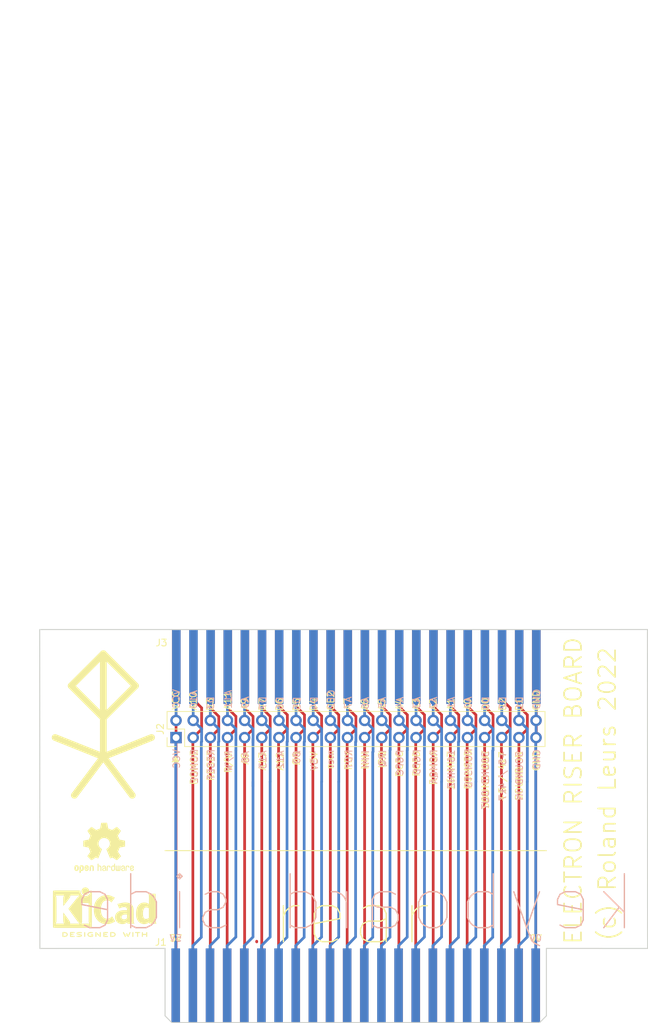
<source format=kicad_pcb>
(kicad_pcb (version 20171130) (host pcbnew "(5.1.2-1)-1")

  (general
    (thickness 1.6)
    (drawings 98)
    (tracks 353)
    (zones 0)
    (modules 5)
    (nets 43)
  )

  (page A4)
  (layers
    (0 F.Cu signal)
    (31 B.Cu signal)
    (32 B.Adhes user)
    (33 F.Adhes user)
    (34 B.Paste user)
    (35 F.Paste user)
    (36 B.SilkS user)
    (37 F.SilkS user)
    (38 B.Mask user hide)
    (39 F.Mask user hide)
    (40 Dwgs.User user)
    (41 Cmts.User user)
    (42 Eco1.User user)
    (43 Eco2.User user)
    (44 Edge.Cuts user)
    (45 Margin user)
    (46 B.CrtYd user)
    (47 F.CrtYd user)
    (48 B.Fab user)
    (49 F.Fab user)
  )

  (setup
    (last_trace_width 0.25)
    (user_trace_width 0.4)
    (trace_clearance 0.2)
    (zone_clearance 0.508)
    (zone_45_only no)
    (trace_min 0.2)
    (via_size 0.8)
    (via_drill 0.4)
    (via_min_size 0.4)
    (via_min_drill 0.3)
    (uvia_size 0.3)
    (uvia_drill 0.1)
    (uvias_allowed no)
    (uvia_min_size 0.2)
    (uvia_min_drill 0.1)
    (edge_width 0.05)
    (segment_width 0.2)
    (pcb_text_width 0.3)
    (pcb_text_size 1.5 1.5)
    (mod_edge_width 0.12)
    (mod_text_size 1 1)
    (mod_text_width 0.15)
    (pad_size 1.524 1.524)
    (pad_drill 0.762)
    (pad_to_mask_clearance 0.051)
    (solder_mask_min_width 0.25)
    (aux_axis_origin 0 0)
    (visible_elements FFFFFF7F)
    (pcbplotparams
      (layerselection 0x010fc_ffffffff)
      (usegerberextensions false)
      (usegerberattributes false)
      (usegerberadvancedattributes false)
      (creategerberjobfile false)
      (excludeedgelayer true)
      (linewidth 0.100000)
      (plotframeref false)
      (viasonmask false)
      (mode 1)
      (useauxorigin false)
      (hpglpennumber 1)
      (hpglpenspeed 20)
      (hpglpendiameter 15.000000)
      (psnegative false)
      (psa4output false)
      (plotreference true)
      (plotvalue true)
      (plotinvisibletext false)
      (padsonsilk false)
      (subtractmaskfromsilk false)
      (outputformat 1)
      (mirror false)
      (drillshape 0)
      (scaleselection 1)
      (outputdirectory "production/"))
  )

  (net 0 "")
  (net 1 GNDD)
  (net 2 /D1)
  (net 3 /ADIN)
  (net 4 /D2)
  (net 5 /AGND)
  (net 6 /D0)
  (net 7 /ADOUT)
  (net 8 /A0)
  (net 9 /ROMSTB)
  (net 10 /A1)
  (net 11 /16MHz)
  (net 12 /A2)
  (net 13 /ROMQA)
  (net 14 /A3)
  (net 15 /PGFD)
  (net 16 /A4)
  (net 17 /PGFC)
  (net 18 /A5)
  (net 19 /IRQ)
  (net 20 /A6)
  (net 21 /NMI)
  (net 22 /A7)
  (net 23 /nRDY)
  (net 24 /OE2)
  (net 25 /NC)
  (net 26 /D4)
  (net 27 /-5V)
  (net 28 /D5)
  (net 29 /Ø0)
  (net 30 /D6)
  (net 31 /A12)
  (net 32 /D7)
  (net 33 /A13)
  (net 34 /A9)
  (net 35 /A8)
  (net 36 /A11)
  (net 37 /RnW)
  (net 38 /D3)
  (net 39 /RST)
  (net 40 /A10)
  (net 41 /ROMOE)
  (net 42 VCC)

  (net_class Default "This is the default net class."
    (clearance 0.2)
    (trace_width 0.25)
    (via_dia 0.8)
    (via_drill 0.4)
    (uvia_dia 0.3)
    (uvia_drill 0.1)
    (add_net /-5V)
    (add_net /16MHz)
    (add_net /A0)
    (add_net /A1)
    (add_net /A10)
    (add_net /A11)
    (add_net /A12)
    (add_net /A13)
    (add_net /A2)
    (add_net /A3)
    (add_net /A4)
    (add_net /A5)
    (add_net /A6)
    (add_net /A7)
    (add_net /A8)
    (add_net /A9)
    (add_net /ADIN)
    (add_net /ADOUT)
    (add_net /AGND)
    (add_net /D0)
    (add_net /D1)
    (add_net /D2)
    (add_net /D3)
    (add_net /D4)
    (add_net /D5)
    (add_net /D6)
    (add_net /D7)
    (add_net /IRQ)
    (add_net /NC)
    (add_net /NMI)
    (add_net /OE2)
    (add_net /PGFC)
    (add_net /PGFD)
    (add_net /ROMOE)
    (add_net /ROMQA)
    (add_net /ROMSTB)
    (add_net /RST)
    (add_net /RnW)
    (add_net /nRDY)
    (add_net /Ø0)
    (add_net GNDD)
    (add_net VCC)
  )

  (module myelin-kicad:acorn_electron_cartridge_edge_connector (layer F.Cu) (tedit 62DC13D6) (tstamp 62DF8A38)
    (at 150.622 124.714)
    (descr "Edge connector for an Acorn Electron Plus 1 cartridge (top layer = rear of Plus 1)")
    (path /62CF7B8C)
    (fp_text reference J1 (at -28.872 -6.414) (layer F.SilkS)
      (effects (font (size 1 1) (thickness 0.15)))
    )
    (fp_text value Conn_02x22_Row_Letter_First (at 7 -7) (layer F.SilkS) hide
      (effects (font (size 1 1) (thickness 0.15)))
    )
    (fp_line (start 28.25 4.5) (end 28.25 -5.5) (layer Edge.Cuts) (width 0.15))
    (fp_line (start 27.25 5.5) (end 28.25 4.5) (layer Edge.Cuts) (width 0.15))
    (fp_line (start -27.25 5.5) (end 27.25 5.5) (layer Edge.Cuts) (width 0.15))
    (fp_line (start -28.25 4.5) (end -27.25 5.5) (layer Edge.Cuts) (width 0.15))
    (fp_line (start -28.25 -5.5) (end -28.25 4.5) (layer Edge.Cuts) (width 0.15))
    (fp_text user 0V (at 26.67 -7) (layer B.SilkS)
      (effects (font (size 1 1) (thickness 0.15)) (justify mirror))
    )
    (fp_text user 0V (at 26.67 -7) (layer F.SilkS)
      (effects (font (size 1 1) (thickness 0.15)))
    )
    (fp_text user 5V (at -26.67 -7) (layer B.SilkS)
      (effects (font (size 1 1) (thickness 0.15)) (justify mirror))
    )
    (fp_text user 5V (at -26.67 -7) (layer F.SilkS)
      (effects (font (size 1 1) (thickness 0.15)))
    )
    (fp_line (start -28.25 -20) (end 28.25 -20) (layer F.SilkS) (width 0.15))
    (fp_text user "keyboard side" (at -0.197 -12.264) (layer B.SilkS)
      (effects (font (size 8 8) (thickness 0.2)) (justify mirror))
    )
    (fp_text user rear (at -0.622 -10.189) (layer F.SilkS)
      (effects (font (size 8 8) (thickness 0.2)))
    )
    (pad b22 smd rect (at 26.67 0) (size 1.27 11) (layers B.Cu B.Mask)
      (net 1 GNDD))
    (pad a22 smd rect (at 26.67 0) (size 1.27 11) (layers F.Cu F.Mask)
      (net 1 GNDD))
    (pad b21 smd rect (at 24.13 0) (size 1.27 11) (layers B.Cu B.Mask)
      (net 2 /D1))
    (pad a21 smd rect (at 24.13 0) (size 1.27 11) (layers F.Cu F.Mask)
      (net 3 /ADIN))
    (pad b20 smd rect (at 21.59 0) (size 1.27 11) (layers B.Cu B.Mask)
      (net 4 /D2))
    (pad a20 smd rect (at 21.59 0) (size 1.27 11) (layers F.Cu F.Mask)
      (net 5 /AGND))
    (pad b19 smd rect (at 19.05 0) (size 1.27 11) (layers B.Cu B.Mask)
      (net 6 /D0))
    (pad a19 smd rect (at 19.05 0) (size 1.27 11) (layers F.Cu F.Mask)
      (net 7 /ADOUT))
    (pad b18 smd rect (at 16.51 0) (size 1.27 11) (layers B.Cu B.Mask)
      (net 8 /A0))
    (pad a18 smd rect (at 16.51 0) (size 1.27 11) (layers F.Cu F.Mask)
      (net 9 /ROMSTB))
    (pad b17 smd rect (at 13.97 0) (size 1.27 11) (layers B.Cu B.Mask)
      (net 10 /A1))
    (pad a17 smd rect (at 13.97 0) (size 1.27 11) (layers F.Cu F.Mask)
      (net 11 /16MHz))
    (pad b16 smd rect (at 11.43 0) (size 1.27 11) (layers B.Cu B.Mask)
      (net 12 /A2))
    (pad a16 smd rect (at 11.43 0) (size 1.27 11) (layers F.Cu F.Mask)
      (net 13 /ROMQA))
    (pad b15 smd rect (at 8.89 0) (size 1.27 11) (layers B.Cu B.Mask)
      (net 14 /A3))
    (pad a15 smd rect (at 8.89 0) (size 1.27 11) (layers F.Cu F.Mask)
      (net 15 /PGFD))
    (pad b14 smd rect (at 6.35 0) (size 1.27 11) (layers B.Cu B.Mask)
      (net 16 /A4))
    (pad a14 smd rect (at 6.35 0) (size 1.27 11) (layers F.Cu F.Mask)
      (net 17 /PGFC))
    (pad b13 smd rect (at 3.81 0) (size 1.27 11) (layers B.Cu B.Mask)
      (net 18 /A5))
    (pad a13 smd rect (at 3.81 0) (size 1.27 11) (layers F.Cu F.Mask)
      (net 19 /IRQ))
    (pad b12 smd rect (at 1.27 0) (size 1.27 11) (layers B.Cu B.Mask)
      (net 20 /A6))
    (pad a12 smd rect (at 1.27 0) (size 1.27 11) (layers F.Cu F.Mask)
      (net 21 /NMI))
    (pad b11 smd rect (at -1.27 0) (size 1.27 11) (layers B.Cu B.Mask)
      (net 22 /A7))
    (pad a11 smd rect (at -1.27 0) (size 1.27 11) (layers F.Cu F.Mask)
      (net 23 /nRDY))
    (pad b10 smd rect (at -3.81 0) (size 1.27 11) (layers B.Cu B.Mask)
      (net 24 /OE2))
    (pad a10 smd rect (at -3.81 0) (size 1.27 11) (layers F.Cu F.Mask)
      (net 25 /NC))
    (pad b9 smd rect (at -6.35 0) (size 1.27 11) (layers B.Cu B.Mask)
      (net 26 /D4))
    (pad a9 smd rect (at -6.35 0) (size 1.27 11) (layers F.Cu F.Mask)
      (net 27 /-5V))
    (pad b8 smd rect (at -8.89 0) (size 1.27 11) (layers B.Cu B.Mask)
      (net 28 /D5))
    (pad a8 smd rect (at -8.89 0) (size 1.27 11) (layers F.Cu F.Mask)
      (net 29 /Ø0))
    (pad b7 smd rect (at -11.43 0) (size 1.27 11) (layers B.Cu B.Mask)
      (net 30 /D6))
    (pad a7 smd rect (at -11.43 0) (size 1.27 11) (layers F.Cu F.Mask)
      (net 31 /A12))
    (pad b6 smd rect (at -13.97 0) (size 1.27 11) (layers B.Cu B.Mask)
      (net 32 /D7))
    (pad a6 smd rect (at -13.97 0) (size 1.27 11) (layers F.Cu F.Mask)
      (net 33 /A13))
    (pad b5 smd rect (at -16.51 0) (size 1.27 11) (layers B.Cu B.Mask)
      (net 34 /A9))
    (pad a5 smd rect (at -16.51 0) (size 1.27 11) (layers F.Cu F.Mask)
      (net 35 /A8))
    (pad b4 smd rect (at -19.05 0) (size 1.27 11) (layers B.Cu B.Mask)
      (net 36 /A11))
    (pad a4 smd rect (at -19.05 0) (size 1.27 11) (layers F.Cu F.Mask)
      (net 37 /RnW))
    (pad b3 smd rect (at -21.59 0) (size 1.27 11) (layers B.Cu B.Mask)
      (net 38 /D3))
    (pad a3 smd rect (at -21.59 0) (size 1.27 11) (layers F.Cu F.Mask)
      (net 39 /RST))
    (pad b2 smd rect (at -24.13 0) (size 1.27 11) (layers B.Cu B.Mask)
      (net 40 /A10))
    (pad a2 smd rect (at -24.13 0) (size 1.27 11) (layers F.Cu F.Mask)
      (net 41 /ROMOE))
    (pad b1 smd rect (at -26.67 0) (size 1.27 11) (layers B.Cu B.Mask)
      (net 42 VCC))
    (pad a1 smd rect (at -26.67 0) (size 1.27 11) (layers F.Cu F.Mask)
      (net 42 VCC))
  )

  (module Symbol:OSHW-Logo2_9.8x8mm_SilkScreen (layer F.Cu) (tedit 0) (tstamp 62E46EA8)
    (at 113.35 104.3)
    (descr "Open Source Hardware Symbol")
    (tags "Logo Symbol OSHW")
    (attr virtual)
    (fp_text reference REF** (at 0 0) (layer F.SilkS) hide
      (effects (font (size 1 1) (thickness 0.15)))
    )
    (fp_text value OSHW-Logo2_9.8x8mm_SilkScreen (at 0.75 0) (layer F.Fab) hide
      (effects (font (size 1 1) (thickness 0.15)))
    )
    (fp_poly (pts (xy 0.139878 -3.712224) (xy 0.245612 -3.711645) (xy 0.322132 -3.710078) (xy 0.374372 -3.707028)
      (xy 0.407263 -3.702004) (xy 0.425737 -3.694511) (xy 0.434727 -3.684056) (xy 0.439163 -3.670147)
      (xy 0.439594 -3.668346) (xy 0.446333 -3.635855) (xy 0.458808 -3.571748) (xy 0.475719 -3.482849)
      (xy 0.495771 -3.375981) (xy 0.517664 -3.257967) (xy 0.518429 -3.253822) (xy 0.540359 -3.138169)
      (xy 0.560877 -3.035986) (xy 0.578659 -2.953402) (xy 0.592381 -2.896544) (xy 0.600718 -2.871542)
      (xy 0.601116 -2.871099) (xy 0.625677 -2.85889) (xy 0.676315 -2.838544) (xy 0.742095 -2.814455)
      (xy 0.742461 -2.814326) (xy 0.825317 -2.783182) (xy 0.923 -2.743509) (xy 1.015077 -2.703619)
      (xy 1.019434 -2.701647) (xy 1.169407 -2.63358) (xy 1.501498 -2.860361) (xy 1.603374 -2.929496)
      (xy 1.695657 -2.991303) (xy 1.773003 -3.042267) (xy 1.830064 -3.078873) (xy 1.861495 -3.097606)
      (xy 1.864479 -3.098996) (xy 1.887321 -3.09281) (xy 1.929982 -3.062965) (xy 1.994128 -3.008053)
      (xy 2.081421 -2.926666) (xy 2.170535 -2.840078) (xy 2.256441 -2.754753) (xy 2.333327 -2.676892)
      (xy 2.396564 -2.611303) (xy 2.441523 -2.562795) (xy 2.463576 -2.536175) (xy 2.464396 -2.534805)
      (xy 2.466834 -2.516537) (xy 2.45765 -2.486705) (xy 2.434574 -2.441279) (xy 2.395337 -2.37623)
      (xy 2.33767 -2.28753) (xy 2.260795 -2.173343) (xy 2.19257 -2.072838) (xy 2.131582 -1.982697)
      (xy 2.081356 -1.908151) (xy 2.045416 -1.854435) (xy 2.027287 -1.826782) (xy 2.026146 -1.824905)
      (xy 2.028359 -1.79841) (xy 2.045138 -1.746914) (xy 2.073142 -1.680149) (xy 2.083122 -1.658828)
      (xy 2.126672 -1.563841) (xy 2.173134 -1.456063) (xy 2.210877 -1.362808) (xy 2.238073 -1.293594)
      (xy 2.259675 -1.240994) (xy 2.272158 -1.213503) (xy 2.273709 -1.211384) (xy 2.296668 -1.207876)
      (xy 2.350786 -1.198262) (xy 2.428868 -1.183911) (xy 2.523719 -1.166193) (xy 2.628143 -1.146475)
      (xy 2.734944 -1.126126) (xy 2.836926 -1.106514) (xy 2.926894 -1.089009) (xy 2.997653 -1.074978)
      (xy 3.042006 -1.065791) (xy 3.052885 -1.063193) (xy 3.064122 -1.056782) (xy 3.072605 -1.042303)
      (xy 3.078714 -1.014867) (xy 3.082832 -0.969589) (xy 3.085341 -0.90158) (xy 3.086621 -0.805953)
      (xy 3.087054 -0.67782) (xy 3.087077 -0.625299) (xy 3.087077 -0.198155) (xy 2.9845 -0.177909)
      (xy 2.927431 -0.16693) (xy 2.842269 -0.150905) (xy 2.739372 -0.131767) (xy 2.629096 -0.111449)
      (xy 2.598615 -0.105868) (xy 2.496855 -0.086083) (xy 2.408205 -0.066627) (xy 2.340108 -0.049303)
      (xy 2.300004 -0.035912) (xy 2.293323 -0.031921) (xy 2.276919 -0.003658) (xy 2.253399 0.051109)
      (xy 2.227316 0.121588) (xy 2.222142 0.136769) (xy 2.187956 0.230896) (xy 2.145523 0.337101)
      (xy 2.103997 0.432473) (xy 2.103792 0.432916) (xy 2.03464 0.582525) (xy 2.489512 1.251617)
      (xy 2.1975 1.544116) (xy 2.10918 1.63117) (xy 2.028625 1.707909) (xy 1.96036 1.770237)
      (xy 1.908908 1.814056) (xy 1.878794 1.83527) (xy 1.874474 1.836616) (xy 1.849111 1.826016)
      (xy 1.797358 1.796547) (xy 1.724868 1.751705) (xy 1.637294 1.694984) (xy 1.542612 1.631462)
      (xy 1.446516 1.566668) (xy 1.360837 1.510287) (xy 1.291016 1.465788) (xy 1.242494 1.436639)
      (xy 1.220782 1.426308) (xy 1.194293 1.43505) (xy 1.144062 1.458087) (xy 1.080451 1.490631)
      (xy 1.073708 1.494249) (xy 0.988046 1.53721) (xy 0.929306 1.558279) (xy 0.892772 1.558503)
      (xy 0.873731 1.538928) (xy 0.87362 1.538654) (xy 0.864102 1.515472) (xy 0.841403 1.460441)
      (xy 0.807282 1.377822) (xy 0.7635 1.271872) (xy 0.711816 1.146852) (xy 0.653992 1.00702)
      (xy 0.597991 0.871637) (xy 0.536447 0.722234) (xy 0.479939 0.583832) (xy 0.430161 0.460673)
      (xy 0.388806 0.357002) (xy 0.357568 0.277059) (xy 0.338141 0.225088) (xy 0.332154 0.205692)
      (xy 0.347168 0.183443) (xy 0.386439 0.147982) (xy 0.438807 0.108887) (xy 0.587941 -0.014755)
      (xy 0.704511 -0.156478) (xy 0.787118 -0.313296) (xy 0.834366 -0.482225) (xy 0.844857 -0.660278)
      (xy 0.837231 -0.742461) (xy 0.795682 -0.912969) (xy 0.724123 -1.063541) (xy 0.626995 -1.192691)
      (xy 0.508734 -1.298936) (xy 0.37378 -1.38079) (xy 0.226571 -1.436768) (xy 0.071544 -1.465385)
      (xy -0.086861 -1.465156) (xy -0.244206 -1.434595) (xy -0.396054 -1.372218) (xy -0.537965 -1.27654)
      (xy -0.597197 -1.222428) (xy -0.710797 -1.08348) (xy -0.789894 -0.931639) (xy -0.835014 -0.771333)
      (xy -0.846684 -0.606988) (xy -0.825431 -0.443029) (xy -0.77178 -0.283882) (xy -0.68626 -0.133975)
      (xy -0.569395 0.002267) (xy -0.438807 0.108887) (xy -0.384412 0.149642) (xy -0.345986 0.184718)
      (xy -0.332154 0.205726) (xy -0.339397 0.228635) (xy -0.359995 0.283365) (xy -0.392254 0.365672)
      (xy -0.434479 0.471315) (xy -0.484977 0.59605) (xy -0.542052 0.735636) (xy -0.598146 0.87167)
      (xy -0.660033 1.021201) (xy -0.717356 1.159767) (xy -0.768356 1.283107) (xy -0.811273 1.386964)
      (xy -0.844347 1.46708) (xy -0.865819 1.519195) (xy -0.873775 1.538654) (xy -0.892571 1.558423)
      (xy -0.928926 1.558365) (xy -0.987521 1.537441) (xy -1.073032 1.494613) (xy -1.073708 1.494249)
      (xy -1.138093 1.461012) (xy -1.190139 1.436802) (xy -1.219488 1.426404) (xy -1.220783 1.426308)
      (xy -1.242876 1.436855) (xy -1.291652 1.466184) (xy -1.361669 1.510827) (xy -1.447486 1.567314)
      (xy -1.542612 1.631462) (xy -1.63946 1.696411) (xy -1.726747 1.752896) (xy -1.798819 1.797421)
      (xy -1.850023 1.82649) (xy -1.874474 1.836616) (xy -1.89699 1.823307) (xy -1.942258 1.786112)
      (xy -2.005756 1.729128) (xy -2.082961 1.656449) (xy -2.169349 1.572171) (xy -2.197601 1.544016)
      (xy -2.489713 1.251416) (xy -2.267369 0.925104) (xy -2.199798 0.824897) (xy -2.140493 0.734963)
      (xy -2.092783 0.66051) (xy -2.059993 0.606751) (xy -2.045452 0.578894) (xy -2.045026 0.576912)
      (xy -2.052692 0.550655) (xy -2.073311 0.497837) (xy -2.103315 0.42731) (xy -2.124375 0.380093)
      (xy -2.163752 0.289694) (xy -2.200835 0.198366) (xy -2.229585 0.1212) (xy -2.237395 0.097692)
      (xy -2.259583 0.034916) (xy -2.281273 -0.013589) (xy -2.293187 -0.031921) (xy -2.319477 -0.043141)
      (xy -2.376858 -0.059046) (xy -2.457882 -0.077833) (xy -2.555105 -0.097701) (xy -2.598615 -0.105868)
      (xy -2.709104 -0.126171) (xy -2.815084 -0.14583) (xy -2.906199 -0.162912) (xy -2.972092 -0.175482)
      (xy -2.9845 -0.177909) (xy -3.087077 -0.198155) (xy -3.087077 -0.625299) (xy -3.086847 -0.765754)
      (xy -3.085901 -0.872021) (xy -3.083859 -0.948987) (xy -3.080338 -1.00154) (xy -3.074957 -1.034567)
      (xy -3.067334 -1.052955) (xy -3.057088 -1.061592) (xy -3.052885 -1.063193) (xy -3.02753 -1.068873)
      (xy -2.971516 -1.080205) (xy -2.892036 -1.095821) (xy -2.796288 -1.114353) (xy -2.691467 -1.134431)
      (xy -2.584768 -1.154688) (xy -2.483387 -1.173754) (xy -2.394521 -1.190261) (xy -2.325363 -1.202841)
      (xy -2.283111 -1.210125) (xy -2.27371 -1.211384) (xy -2.265193 -1.228237) (xy -2.24634 -1.27313)
      (xy -2.220676 -1.33757) (xy -2.210877 -1.362808) (xy -2.171352 -1.460314) (xy -2.124808 -1.568041)
      (xy -2.083123 -1.658828) (xy -2.05245 -1.728247) (xy -2.032044 -1.78529) (xy -2.025232 -1.820223)
      (xy -2.026318 -1.824905) (xy -2.040715 -1.847009) (xy -2.073588 -1.896169) (xy -2.12141 -1.967152)
      (xy -2.180652 -2.054722) (xy -2.247785 -2.153643) (xy -2.261059 -2.17317) (xy -2.338954 -2.28886)
      (xy -2.396213 -2.376956) (xy -2.435119 -2.441514) (xy -2.457956 -2.486589) (xy -2.467006 -2.516237)
      (xy -2.464552 -2.534515) (xy -2.464489 -2.534631) (xy -2.445173 -2.558639) (xy -2.402449 -2.605053)
      (xy -2.340949 -2.669063) (xy -2.265302 -2.745855) (xy -2.180139 -2.830618) (xy -2.170535 -2.840078)
      (xy -2.06321 -2.944011) (xy -1.980385 -3.020325) (xy -1.920395 -3.070429) (xy -1.881577 -3.09573)
      (xy -1.86448 -3.098996) (xy -1.839527 -3.08475) (xy -1.787745 -3.051844) (xy -1.71448 -3.003792)
      (xy -1.62508 -2.94411) (xy -1.524889 -2.876312) (xy -1.501499 -2.860361) (xy -1.169407 -2.63358)
      (xy -1.019435 -2.701647) (xy -0.92823 -2.741315) (xy -0.830331 -2.781209) (xy -0.746169 -2.813017)
      (xy -0.742462 -2.814326) (xy -0.676631 -2.838424) (xy -0.625884 -2.8588) (xy -0.601158 -2.871064)
      (xy -0.601116 -2.871099) (xy -0.593271 -2.893266) (xy -0.579934 -2.947783) (xy -0.56243 -3.02852)
      (xy -0.542083 -3.12935) (xy -0.520218 -3.244144) (xy -0.518429 -3.253822) (xy -0.496496 -3.372096)
      (xy -0.47636 -3.479458) (xy -0.45932 -3.569083) (xy -0.446672 -3.634149) (xy -0.439716 -3.667832)
      (xy -0.439594 -3.668346) (xy -0.435361 -3.682675) (xy -0.427129 -3.693493) (xy -0.409967 -3.701294)
      (xy -0.378942 -3.706571) (xy -0.329122 -3.709818) (xy -0.255576 -3.711528) (xy -0.153371 -3.712193)
      (xy -0.017575 -3.712307) (xy 0 -3.712308) (xy 0.139878 -3.712224)) (layer F.SilkS) (width 0.01))
    (fp_poly (pts (xy 4.245224 2.647838) (xy 4.322528 2.698361) (xy 4.359814 2.74359) (xy 4.389353 2.825663)
      (xy 4.391699 2.890607) (xy 4.386385 2.977445) (xy 4.186115 3.065103) (xy 4.088739 3.109887)
      (xy 4.025113 3.145913) (xy 3.992029 3.177117) (xy 3.98628 3.207436) (xy 4.004658 3.240805)
      (xy 4.024923 3.262923) (xy 4.083889 3.298393) (xy 4.148024 3.300879) (xy 4.206926 3.273235)
      (xy 4.250197 3.21832) (xy 4.257936 3.198928) (xy 4.295006 3.138364) (xy 4.337654 3.112552)
      (xy 4.396154 3.090471) (xy 4.396154 3.174184) (xy 4.390982 3.23115) (xy 4.370723 3.279189)
      (xy 4.328262 3.334346) (xy 4.321951 3.341514) (xy 4.27472 3.390585) (xy 4.234121 3.41692)
      (xy 4.183328 3.429035) (xy 4.14122 3.433003) (xy 4.065902 3.433991) (xy 4.012286 3.421466)
      (xy 3.978838 3.402869) (xy 3.926268 3.361975) (xy 3.889879 3.317748) (xy 3.86685 3.262126)
      (xy 3.854359 3.187047) (xy 3.849587 3.084449) (xy 3.849206 3.032376) (xy 3.850501 2.969948)
      (xy 3.968471 2.969948) (xy 3.969839 3.003438) (xy 3.973249 3.008923) (xy 3.995753 3.001472)
      (xy 4.044182 2.981753) (xy 4.108908 2.953718) (xy 4.122443 2.947692) (xy 4.204244 2.906096)
      (xy 4.249312 2.869538) (xy 4.259217 2.835296) (xy 4.235526 2.800648) (xy 4.21596 2.785339)
      (xy 4.14536 2.754721) (xy 4.07928 2.75978) (xy 4.023959 2.797151) (xy 3.985636 2.863473)
      (xy 3.973349 2.916116) (xy 3.968471 2.969948) (xy 3.850501 2.969948) (xy 3.85173 2.91072)
      (xy 3.861032 2.82071) (xy 3.87946 2.755167) (xy 3.90936 2.706912) (xy 3.95308 2.668767)
      (xy 3.972141 2.65644) (xy 4.058726 2.624336) (xy 4.153522 2.622316) (xy 4.245224 2.647838)) (layer F.SilkS) (width 0.01))
    (fp_poly (pts (xy 3.570807 2.636782) (xy 3.594161 2.646988) (xy 3.649902 2.691134) (xy 3.697569 2.754967)
      (xy 3.727048 2.823087) (xy 3.731846 2.85667) (xy 3.71576 2.903556) (xy 3.680475 2.928365)
      (xy 3.642644 2.943387) (xy 3.625321 2.946155) (xy 3.616886 2.926066) (xy 3.60023 2.882351)
      (xy 3.592923 2.862598) (xy 3.551948 2.794271) (xy 3.492622 2.760191) (xy 3.416552 2.761239)
      (xy 3.410918 2.762581) (xy 3.370305 2.781836) (xy 3.340448 2.819375) (xy 3.320055 2.879809)
      (xy 3.307836 2.967751) (xy 3.3025 3.087813) (xy 3.302 3.151698) (xy 3.301752 3.252403)
      (xy 3.300126 3.321054) (xy 3.295801 3.364673) (xy 3.287454 3.390282) (xy 3.273765 3.404903)
      (xy 3.253411 3.415558) (xy 3.252234 3.416095) (xy 3.213038 3.432667) (xy 3.193619 3.438769)
      (xy 3.190635 3.420319) (xy 3.188081 3.369323) (xy 3.18614 3.292308) (xy 3.184997 3.195805)
      (xy 3.184769 3.125184) (xy 3.185932 2.988525) (xy 3.190479 2.884851) (xy 3.199999 2.808108)
      (xy 3.216081 2.752246) (xy 3.240313 2.711212) (xy 3.274286 2.678954) (xy 3.307833 2.65644)
      (xy 3.388499 2.626476) (xy 3.482381 2.619718) (xy 3.570807 2.636782)) (layer F.SilkS) (width 0.01))
    (fp_poly (pts (xy 2.887333 2.633528) (xy 2.94359 2.659117) (xy 2.987747 2.690124) (xy 3.020101 2.724795)
      (xy 3.042438 2.76952) (xy 3.056546 2.830692) (xy 3.064211 2.914701) (xy 3.06722 3.02794)
      (xy 3.067538 3.102509) (xy 3.067538 3.39342) (xy 3.017773 3.416095) (xy 2.978576 3.432667)
      (xy 2.959157 3.438769) (xy 2.955442 3.42061) (xy 2.952495 3.371648) (xy 2.950691 3.300153)
      (xy 2.950308 3.243385) (xy 2.948661 3.161371) (xy 2.944222 3.096309) (xy 2.93774 3.056467)
      (xy 2.93259 3.048) (xy 2.897977 3.056646) (xy 2.84364 3.078823) (xy 2.780722 3.108886)
      (xy 2.720368 3.141192) (xy 2.673721 3.170098) (xy 2.651926 3.189961) (xy 2.651839 3.190175)
      (xy 2.653714 3.226935) (xy 2.670525 3.262026) (xy 2.700039 3.290528) (xy 2.743116 3.300061)
      (xy 2.779932 3.29895) (xy 2.832074 3.298133) (xy 2.859444 3.310349) (xy 2.875882 3.342624)
      (xy 2.877955 3.34871) (xy 2.885081 3.394739) (xy 2.866024 3.422687) (xy 2.816353 3.436007)
      (xy 2.762697 3.43847) (xy 2.666142 3.42021) (xy 2.616159 3.394131) (xy 2.554429 3.332868)
      (xy 2.52169 3.25767) (xy 2.518753 3.178211) (xy 2.546424 3.104167) (xy 2.588047 3.057769)
      (xy 2.629604 3.031793) (xy 2.694922 2.998907) (xy 2.771038 2.965557) (xy 2.783726 2.960461)
      (xy 2.867333 2.923565) (xy 2.91553 2.891046) (xy 2.93103 2.858718) (xy 2.91655 2.822394)
      (xy 2.891692 2.794) (xy 2.832939 2.759039) (xy 2.768293 2.756417) (xy 2.709008 2.783358)
      (xy 2.666339 2.837088) (xy 2.660739 2.85095) (xy 2.628133 2.901936) (xy 2.58053 2.939787)
      (xy 2.520461 2.97085) (xy 2.520461 2.882768) (xy 2.523997 2.828951) (xy 2.539156 2.786534)
      (xy 2.572768 2.741279) (xy 2.605035 2.70642) (xy 2.655209 2.657062) (xy 2.694193 2.630547)
      (xy 2.736064 2.619911) (xy 2.78346 2.618154) (xy 2.887333 2.633528)) (layer F.SilkS) (width 0.01))
    (fp_poly (pts (xy 2.395929 2.636662) (xy 2.398911 2.688068) (xy 2.401247 2.766192) (xy 2.402749 2.864857)
      (xy 2.403231 2.968343) (xy 2.403231 3.318533) (xy 2.341401 3.380363) (xy 2.298793 3.418462)
      (xy 2.26139 3.433895) (xy 2.21027 3.432918) (xy 2.189978 3.430433) (xy 2.126554 3.4232)
      (xy 2.074095 3.419055) (xy 2.061308 3.418672) (xy 2.018199 3.421176) (xy 1.956544 3.427462)
      (xy 1.932638 3.430433) (xy 1.873922 3.435028) (xy 1.834464 3.425046) (xy 1.795338 3.394228)
      (xy 1.781215 3.380363) (xy 1.719385 3.318533) (xy 1.719385 2.663503) (xy 1.76915 2.640829)
      (xy 1.812002 2.624034) (xy 1.837073 2.618154) (xy 1.843501 2.636736) (xy 1.849509 2.688655)
      (xy 1.854697 2.768172) (xy 1.858664 2.869546) (xy 1.860577 2.955192) (xy 1.865923 3.292231)
      (xy 1.91256 3.298825) (xy 1.954976 3.294214) (xy 1.97576 3.279287) (xy 1.98157 3.251377)
      (xy 1.98653 3.191925) (xy 1.990246 3.108466) (xy 1.992324 3.008532) (xy 1.992624 2.957104)
      (xy 1.992923 2.661054) (xy 2.054454 2.639604) (xy 2.098004 2.62502) (xy 2.121694 2.618219)
      (xy 2.122377 2.618154) (xy 2.124754 2.636642) (xy 2.127366 2.687906) (xy 2.129995 2.765649)
      (xy 2.132421 2.863574) (xy 2.134115 2.955192) (xy 2.139461 3.292231) (xy 2.256692 3.292231)
      (xy 2.262072 2.984746) (xy 2.267451 2.677261) (xy 2.324601 2.647707) (xy 2.366797 2.627413)
      (xy 2.39177 2.618204) (xy 2.392491 2.618154) (xy 2.395929 2.636662)) (layer F.SilkS) (width 0.01))
    (fp_poly (pts (xy 1.602081 2.780289) (xy 1.601833 2.92632) (xy 1.600872 3.038655) (xy 1.598794 3.122678)
      (xy 1.595193 3.183769) (xy 1.589665 3.227309) (xy 1.581804 3.258679) (xy 1.571207 3.283262)
      (xy 1.563182 3.297294) (xy 1.496728 3.373388) (xy 1.41247 3.421084) (xy 1.319249 3.438199)
      (xy 1.2259 3.422546) (xy 1.170312 3.394418) (xy 1.111957 3.34576) (xy 1.072186 3.286333)
      (xy 1.04819 3.208507) (xy 1.037161 3.104652) (xy 1.035599 3.028462) (xy 1.035809 3.022986)
      (xy 1.172308 3.022986) (xy 1.173141 3.110355) (xy 1.176961 3.168192) (xy 1.185746 3.206029)
      (xy 1.201474 3.233398) (xy 1.220266 3.254042) (xy 1.283375 3.29389) (xy 1.351137 3.297295)
      (xy 1.415179 3.264025) (xy 1.420164 3.259517) (xy 1.441439 3.236067) (xy 1.454779 3.208166)
      (xy 1.462001 3.166641) (xy 1.464923 3.102316) (xy 1.465385 3.0312) (xy 1.464383 2.941858)
      (xy 1.460238 2.882258) (xy 1.451236 2.843089) (xy 1.435667 2.81504) (xy 1.422902 2.800144)
      (xy 1.3636 2.762575) (xy 1.295301 2.758057) (xy 1.23011 2.786753) (xy 1.217528 2.797406)
      (xy 1.196111 2.821063) (xy 1.182744 2.849251) (xy 1.175566 2.891245) (xy 1.172719 2.956319)
      (xy 1.172308 3.022986) (xy 1.035809 3.022986) (xy 1.040322 2.905765) (xy 1.056362 2.813577)
      (xy 1.086528 2.744269) (xy 1.133629 2.690211) (xy 1.170312 2.662505) (xy 1.23699 2.632572)
      (xy 1.314272 2.618678) (xy 1.38611 2.622397) (xy 1.426308 2.6374) (xy 1.442082 2.64167)
      (xy 1.45255 2.62575) (xy 1.459856 2.583089) (xy 1.465385 2.518106) (xy 1.471437 2.445732)
      (xy 1.479844 2.402187) (xy 1.495141 2.377287) (xy 1.521864 2.360845) (xy 1.538654 2.353564)
      (xy 1.602154 2.326963) (xy 1.602081 2.780289)) (layer F.SilkS) (width 0.01))
    (fp_poly (pts (xy 0.713362 2.62467) (xy 0.802117 2.657421) (xy 0.874022 2.71535) (xy 0.902144 2.756128)
      (xy 0.932802 2.830954) (xy 0.932165 2.885058) (xy 0.899987 2.921446) (xy 0.888081 2.927633)
      (xy 0.836675 2.946925) (xy 0.810422 2.941982) (xy 0.80153 2.909587) (xy 0.801077 2.891692)
      (xy 0.784797 2.825859) (xy 0.742365 2.779807) (xy 0.683388 2.757564) (xy 0.617475 2.763161)
      (xy 0.563895 2.792229) (xy 0.545798 2.80881) (xy 0.532971 2.828925) (xy 0.524306 2.859332)
      (xy 0.518696 2.906788) (xy 0.515035 2.97805) (xy 0.512215 3.079875) (xy 0.511484 3.112115)
      (xy 0.50882 3.22241) (xy 0.505792 3.300036) (xy 0.50125 3.351396) (xy 0.494046 3.38289)
      (xy 0.483033 3.40092) (xy 0.46706 3.411888) (xy 0.456834 3.416733) (xy 0.413406 3.433301)
      (xy 0.387842 3.438769) (xy 0.379395 3.420507) (xy 0.374239 3.365296) (xy 0.372346 3.272499)
      (xy 0.373689 3.141478) (xy 0.374107 3.121269) (xy 0.377058 3.001733) (xy 0.380548 2.914449)
      (xy 0.385514 2.852591) (xy 0.392893 2.809336) (xy 0.403624 2.77786) (xy 0.418645 2.751339)
      (xy 0.426502 2.739975) (xy 0.471553 2.689692) (xy 0.52194 2.650581) (xy 0.528108 2.647167)
      (xy 0.618458 2.620212) (xy 0.713362 2.62467)) (layer F.SilkS) (width 0.01))
    (fp_poly (pts (xy 0.053501 2.626303) (xy 0.13006 2.654733) (xy 0.130936 2.655279) (xy 0.178285 2.690127)
      (xy 0.213241 2.730852) (xy 0.237825 2.783925) (xy 0.254062 2.855814) (xy 0.263975 2.952992)
      (xy 0.269586 3.081928) (xy 0.270077 3.100298) (xy 0.277141 3.377287) (xy 0.217695 3.408028)
      (xy 0.174681 3.428802) (xy 0.14871 3.438646) (xy 0.147509 3.438769) (xy 0.143014 3.420606)
      (xy 0.139444 3.371612) (xy 0.137248 3.300031) (xy 0.136769 3.242068) (xy 0.136758 3.14817)
      (xy 0.132466 3.089203) (xy 0.117503 3.061079) (xy 0.085482 3.059706) (xy 0.030014 3.080998)
      (xy -0.053731 3.120136) (xy -0.115311 3.152643) (xy -0.146983 3.180845) (xy -0.156294 3.211582)
      (xy -0.156308 3.213104) (xy -0.140943 3.266054) (xy -0.095453 3.29466) (xy -0.025834 3.298803)
      (xy 0.024313 3.298084) (xy 0.050754 3.312527) (xy 0.067243 3.347218) (xy 0.076733 3.391416)
      (xy 0.063057 3.416493) (xy 0.057907 3.420082) (xy 0.009425 3.434496) (xy -0.058469 3.436537)
      (xy -0.128388 3.426983) (xy -0.177932 3.409522) (xy -0.24643 3.351364) (xy -0.285366 3.270408)
      (xy -0.293077 3.20716) (xy -0.287193 3.150111) (xy -0.265899 3.103542) (xy -0.223735 3.062181)
      (xy -0.155241 3.020755) (xy -0.054956 2.973993) (xy -0.048846 2.97135) (xy 0.04149 2.929617)
      (xy 0.097235 2.895391) (xy 0.121129 2.864635) (xy 0.115913 2.833311) (xy 0.084328 2.797383)
      (xy 0.074883 2.789116) (xy 0.011617 2.757058) (xy -0.053936 2.758407) (xy -0.111028 2.789838)
      (xy -0.148907 2.848024) (xy -0.152426 2.859446) (xy -0.1867 2.914837) (xy -0.230191 2.941518)
      (xy -0.293077 2.96796) (xy -0.293077 2.899548) (xy -0.273948 2.80011) (xy -0.217169 2.708902)
      (xy -0.187622 2.678389) (xy -0.120458 2.639228) (xy -0.035044 2.6215) (xy 0.053501 2.626303)) (layer F.SilkS) (width 0.01))
    (fp_poly (pts (xy -0.840154 2.49212) (xy -0.834428 2.57198) (xy -0.827851 2.619039) (xy -0.818738 2.639566)
      (xy -0.805402 2.639829) (xy -0.801077 2.637378) (xy -0.743556 2.619636) (xy -0.668732 2.620672)
      (xy -0.592661 2.63891) (xy -0.545082 2.662505) (xy -0.496298 2.700198) (xy -0.460636 2.742855)
      (xy -0.436155 2.797057) (xy -0.420913 2.869384) (xy -0.41297 2.966419) (xy -0.410384 3.094742)
      (xy -0.410338 3.119358) (xy -0.410308 3.39587) (xy -0.471839 3.41732) (xy -0.515541 3.431912)
      (xy -0.539518 3.438706) (xy -0.540223 3.438769) (xy -0.542585 3.420345) (xy -0.544594 3.369526)
      (xy -0.546099 3.292993) (xy -0.546947 3.19743) (xy -0.547077 3.139329) (xy -0.547349 3.024771)
      (xy -0.548748 2.942667) (xy -0.552151 2.886393) (xy -0.558433 2.849326) (xy -0.568471 2.824844)
      (xy -0.583139 2.806325) (xy -0.592298 2.797406) (xy -0.655211 2.761466) (xy -0.723864 2.758775)
      (xy -0.786152 2.78917) (xy -0.797671 2.800144) (xy -0.814567 2.820779) (xy -0.826286 2.845256)
      (xy -0.833767 2.880647) (xy -0.837946 2.934026) (xy -0.839763 3.012466) (xy -0.840154 3.120617)
      (xy -0.840154 3.39587) (xy -0.901685 3.41732) (xy -0.945387 3.431912) (xy -0.969364 3.438706)
      (xy -0.97007 3.438769) (xy -0.971874 3.420069) (xy -0.9735 3.367322) (xy -0.974883 3.285557)
      (xy -0.975958 3.179805) (xy -0.97666 3.055094) (xy -0.976923 2.916455) (xy -0.976923 2.381806)
      (xy -0.849923 2.328236) (xy -0.840154 2.49212)) (layer F.SilkS) (width 0.01))
    (fp_poly (pts (xy -2.465746 2.599745) (xy -2.388714 2.651567) (xy -2.329184 2.726412) (xy -2.293622 2.821654)
      (xy -2.286429 2.891756) (xy -2.287246 2.921009) (xy -2.294086 2.943407) (xy -2.312888 2.963474)
      (xy -2.349592 2.985733) (xy -2.410138 3.014709) (xy -2.500466 3.054927) (xy -2.500923 3.055129)
      (xy -2.584067 3.09321) (xy -2.652247 3.127025) (xy -2.698495 3.152933) (xy -2.715842 3.167295)
      (xy -2.715846 3.167411) (xy -2.700557 3.198685) (xy -2.664804 3.233157) (xy -2.623758 3.25799)
      (xy -2.602963 3.262923) (xy -2.54623 3.245862) (xy -2.497373 3.203133) (xy -2.473535 3.156155)
      (xy -2.450603 3.121522) (xy -2.405682 3.082081) (xy -2.352877 3.048009) (xy -2.30629 3.02948)
      (xy -2.296548 3.028462) (xy -2.285582 3.045215) (xy -2.284921 3.088039) (xy -2.29298 3.145781)
      (xy -2.308173 3.207289) (xy -2.328914 3.261409) (xy -2.329962 3.26351) (xy -2.392379 3.35066)
      (xy -2.473274 3.409939) (xy -2.565144 3.439034) (xy -2.660487 3.435634) (xy -2.751802 3.397428)
      (xy -2.755862 3.394741) (xy -2.827694 3.329642) (xy -2.874927 3.244705) (xy -2.901066 3.133021)
      (xy -2.904574 3.101643) (xy -2.910787 2.953536) (xy -2.903339 2.884468) (xy -2.715846 2.884468)
      (xy -2.71341 2.927552) (xy -2.700086 2.940126) (xy -2.666868 2.930719) (xy -2.614506 2.908483)
      (xy -2.555976 2.88061) (xy -2.554521 2.879872) (xy -2.504911 2.853777) (xy -2.485 2.836363)
      (xy -2.48991 2.818107) (xy -2.510584 2.79412) (xy -2.563181 2.759406) (xy -2.619823 2.756856)
      (xy -2.670631 2.782119) (xy -2.705724 2.830847) (xy -2.715846 2.884468) (xy -2.903339 2.884468)
      (xy -2.898008 2.835036) (xy -2.865222 2.741055) (xy -2.819579 2.675215) (xy -2.737198 2.608681)
      (xy -2.646454 2.575676) (xy -2.553815 2.573573) (xy -2.465746 2.599745)) (layer F.SilkS) (width 0.01))
    (fp_poly (pts (xy -3.983114 2.587256) (xy -3.891536 2.635409) (xy -3.823951 2.712905) (xy -3.799943 2.762727)
      (xy -3.781262 2.837533) (xy -3.771699 2.932052) (xy -3.770792 3.03521) (xy -3.778079 3.135935)
      (xy -3.793097 3.223153) (xy -3.815385 3.285791) (xy -3.822235 3.296579) (xy -3.903368 3.377105)
      (xy -3.999734 3.425336) (xy -4.104299 3.43945) (xy -4.210032 3.417629) (xy -4.239457 3.404547)
      (xy -4.296759 3.364231) (xy -4.34705 3.310775) (xy -4.351803 3.303995) (xy -4.371122 3.271321)
      (xy -4.383892 3.236394) (xy -4.391436 3.190414) (xy -4.395076 3.124584) (xy -4.396135 3.030105)
      (xy -4.396154 3.008923) (xy -4.396106 3.002182) (xy -4.200769 3.002182) (xy -4.199632 3.091349)
      (xy -4.195159 3.15052) (xy -4.185754 3.188741) (xy -4.169824 3.215053) (xy -4.161692 3.223846)
      (xy -4.114942 3.257261) (xy -4.069553 3.255737) (xy -4.02366 3.226752) (xy -3.996288 3.195809)
      (xy -3.980077 3.150643) (xy -3.970974 3.07942) (xy -3.970349 3.071114) (xy -3.968796 2.942037)
      (xy -3.985035 2.846172) (xy -4.018848 2.784107) (xy -4.070016 2.756432) (xy -4.08828 2.754923)
      (xy -4.13624 2.762513) (xy -4.169047 2.788808) (xy -4.189105 2.839095) (xy -4.198822 2.918664)
      (xy -4.200769 3.002182) (xy -4.396106 3.002182) (xy -4.395426 2.908249) (xy -4.392371 2.837906)
      (xy -4.385678 2.789163) (xy -4.37404 2.753288) (xy -4.356147 2.721548) (xy -4.352192 2.715648)
      (xy -4.285733 2.636104) (xy -4.213315 2.589929) (xy -4.125151 2.571599) (xy -4.095213 2.570703)
      (xy -3.983114 2.587256)) (layer F.SilkS) (width 0.01))
    (fp_poly (pts (xy -1.728336 2.595089) (xy -1.665633 2.631358) (xy -1.622039 2.667358) (xy -1.590155 2.705075)
      (xy -1.56819 2.751199) (xy -1.554351 2.812421) (xy -1.546847 2.895431) (xy -1.543883 3.006919)
      (xy -1.543539 3.087062) (xy -1.543539 3.382065) (xy -1.709615 3.456515) (xy -1.719385 3.133402)
      (xy -1.723421 3.012729) (xy -1.727656 2.925141) (xy -1.732903 2.86465) (xy -1.739975 2.825268)
      (xy -1.749689 2.801007) (xy -1.762856 2.78588) (xy -1.767081 2.782606) (xy -1.831091 2.757034)
      (xy -1.895792 2.767153) (xy -1.934308 2.794) (xy -1.949975 2.813024) (xy -1.96082 2.837988)
      (xy -1.967712 2.875834) (xy -1.971521 2.933502) (xy -1.973117 3.017935) (xy -1.973385 3.105928)
      (xy -1.973437 3.216323) (xy -1.975328 3.294463) (xy -1.981655 3.347165) (xy -1.995017 3.381242)
      (xy -2.018015 3.403511) (xy -2.053246 3.420787) (xy -2.100303 3.438738) (xy -2.151697 3.458278)
      (xy -2.145579 3.111485) (xy -2.143116 2.986468) (xy -2.140233 2.894082) (xy -2.136102 2.827881)
      (xy -2.129893 2.78142) (xy -2.120774 2.748256) (xy -2.107917 2.721944) (xy -2.092416 2.698729)
      (xy -2.017629 2.624569) (xy -1.926372 2.581684) (xy -1.827117 2.571412) (xy -1.728336 2.595089)) (layer F.SilkS) (width 0.01))
    (fp_poly (pts (xy -3.231114 2.584505) (xy -3.156461 2.621727) (xy -3.090569 2.690261) (xy -3.072423 2.715648)
      (xy -3.052655 2.748866) (xy -3.039828 2.784945) (xy -3.03249 2.833098) (xy -3.029187 2.902536)
      (xy -3.028462 2.994206) (xy -3.031737 3.11983) (xy -3.043123 3.214154) (xy -3.064959 3.284523)
      (xy -3.099581 3.338286) (xy -3.14933 3.382788) (xy -3.152986 3.385423) (xy -3.202015 3.412377)
      (xy -3.261055 3.425712) (xy -3.336141 3.429) (xy -3.458205 3.429) (xy -3.458256 3.547497)
      (xy -3.459392 3.613492) (xy -3.466314 3.652202) (xy -3.484402 3.675419) (xy -3.519038 3.694933)
      (xy -3.527355 3.69892) (xy -3.56628 3.717603) (xy -3.596417 3.729403) (xy -3.618826 3.730422)
      (xy -3.634567 3.716761) (xy -3.644698 3.684522) (xy -3.650277 3.629804) (xy -3.652365 3.548711)
      (xy -3.652019 3.437344) (xy -3.6503 3.291802) (xy -3.649763 3.248269) (xy -3.647828 3.098205)
      (xy -3.646096 3.000042) (xy -3.458308 3.000042) (xy -3.457252 3.083364) (xy -3.452562 3.13788)
      (xy -3.441949 3.173837) (xy -3.423128 3.201482) (xy -3.41035 3.214965) (xy -3.35811 3.254417)
      (xy -3.311858 3.257628) (xy -3.264133 3.225049) (xy -3.262923 3.223846) (xy -3.243506 3.198668)
      (xy -3.231693 3.164447) (xy -3.225735 3.111748) (xy -3.22388 3.031131) (xy -3.223846 3.013271)
      (xy -3.22833 2.902175) (xy -3.242926 2.825161) (xy -3.26935 2.778147) (xy -3.309317 2.75705)
      (xy -3.332416 2.754923) (xy -3.387238 2.7649) (xy -3.424842 2.797752) (xy -3.447477 2.857857)
      (xy -3.457394 2.949598) (xy -3.458308 3.000042) (xy -3.646096 3.000042) (xy -3.645778 2.98206)
      (xy -3.643127 2.894679) (xy -3.639394 2.830905) (xy -3.634093 2.785582) (xy -3.626742 2.753555)
      (xy -3.616857 2.729668) (xy -3.603954 2.708764) (xy -3.598421 2.700898) (xy -3.525031 2.626595)
      (xy -3.43224 2.584467) (xy -3.324904 2.572722) (xy -3.231114 2.584505)) (layer F.SilkS) (width 0.01))
  )

  (module Symbol:KiCad-Logo2_6mm_SilkScreen (layer F.Cu) (tedit 0) (tstamp 62E46D75)
    (at 113.425 113.15)
    (descr "KiCad Logo")
    (tags "Logo KiCad")
    (attr virtual)
    (fp_text reference REF** (at 0 -5.08) (layer F.SilkS) hide
      (effects (font (size 1 1) (thickness 0.15)))
    )
    (fp_text value KiCad-Logo2_6mm_SilkScreen (at 0 6.35) (layer F.Fab) hide
      (effects (font (size 1 1) (thickness 0.15)))
    )
    (fp_poly (pts (xy -6.109663 3.635258) (xy -6.070181 3.635659) (xy -5.954492 3.638451) (xy -5.857603 3.646742)
      (xy -5.776211 3.661424) (xy -5.707015 3.683385) (xy -5.646712 3.713514) (xy -5.592 3.752702)
      (xy -5.572459 3.769724) (xy -5.540042 3.809555) (xy -5.510812 3.863605) (xy -5.488283 3.923515)
      (xy -5.475971 3.980931) (xy -5.474692 4.002148) (xy -5.482709 4.060961) (xy -5.504191 4.125205)
      (xy -5.535291 4.186013) (xy -5.572158 4.234522) (xy -5.578146 4.240374) (xy -5.628871 4.281513)
      (xy -5.684417 4.313627) (xy -5.747988 4.337557) (xy -5.822786 4.354145) (xy -5.912014 4.364233)
      (xy -6.018874 4.368661) (xy -6.06782 4.369037) (xy -6.130054 4.368737) (xy -6.17382 4.367484)
      (xy -6.203223 4.364746) (xy -6.222371 4.359993) (xy -6.235369 4.352693) (xy -6.242337 4.346459)
      (xy -6.248918 4.338886) (xy -6.25408 4.329116) (xy -6.257995 4.314532) (xy -6.260835 4.292518)
      (xy -6.262772 4.260456) (xy -6.263976 4.215728) (xy -6.26462 4.155718) (xy -6.264875 4.077809)
      (xy -6.264914 4.002148) (xy -6.265162 3.901233) (xy -6.265109 3.820619) (xy -6.264149 3.782014)
      (xy -6.118159 3.782014) (xy -6.118159 4.222281) (xy -6.025026 4.222196) (xy -5.968985 4.220588)
      (xy -5.910291 4.216448) (xy -5.86132 4.210656) (xy -5.85983 4.210418) (xy -5.780684 4.191282)
      (xy -5.719294 4.161479) (xy -5.672597 4.11907) (xy -5.642927 4.073153) (xy -5.624645 4.022218)
      (xy -5.626063 3.974392) (xy -5.64728 3.923125) (xy -5.688781 3.870091) (xy -5.74629 3.830792)
      (xy -5.821042 3.804523) (xy -5.871 3.795227) (xy -5.927708 3.788699) (xy -5.987811 3.783974)
      (xy -6.038931 3.782009) (xy -6.041959 3.782) (xy -6.118159 3.782014) (xy -6.264149 3.782014)
      (xy -6.263552 3.758043) (xy -6.25929 3.711247) (xy -6.251122 3.67797) (xy -6.237848 3.655951)
      (xy -6.218266 3.642931) (xy -6.191175 3.636649) (xy -6.155374 3.634845) (xy -6.109663 3.635258)) (layer F.SilkS) (width 0.01))
    (fp_poly (pts (xy -4.701086 3.635338) (xy -4.631678 3.63571) (xy -4.579289 3.636577) (xy -4.541139 3.638138)
      (xy -4.514451 3.640595) (xy -4.496445 3.644149) (xy -4.484341 3.649002) (xy -4.475361 3.655353)
      (xy -4.47211 3.658276) (xy -4.452335 3.689334) (xy -4.448774 3.72502) (xy -4.461783 3.756702)
      (xy -4.467798 3.763105) (xy -4.477527 3.769313) (xy -4.493193 3.774102) (xy -4.5177 3.777706)
      (xy -4.553953 3.780356) (xy -4.604857 3.782287) (xy -4.673318 3.783731) (xy -4.735909 3.78461)
      (xy -4.983626 3.787659) (xy -4.987011 3.85257) (xy -4.990397 3.917481) (xy -4.82225 3.917481)
      (xy -4.749251 3.918111) (xy -4.695809 3.920745) (xy -4.65892 3.926501) (xy -4.63558 3.936496)
      (xy -4.622786 3.951848) (xy -4.617534 3.973674) (xy -4.616737 3.99393) (xy -4.619215 4.018784)
      (xy -4.628569 4.037098) (xy -4.647675 4.049829) (xy -4.67941 4.057933) (xy -4.726651 4.062368)
      (xy -4.792275 4.064091) (xy -4.828093 4.064237) (xy -4.98927 4.064237) (xy -4.98927 4.222281)
      (xy -4.740914 4.222281) (xy -4.659505 4.222394) (xy -4.597634 4.222904) (xy -4.55226 4.224062)
      (xy -4.520346 4.226122) (xy -4.498851 4.229338) (xy -4.484735 4.233964) (xy -4.47496 4.240251)
      (xy -4.469981 4.244859) (xy -4.452902 4.271752) (xy -4.447403 4.295659) (xy -4.455255 4.324859)
      (xy -4.469981 4.346459) (xy -4.477838 4.353258) (xy -4.48798 4.358538) (xy -4.503136 4.36249)
      (xy -4.526033 4.365305) (xy -4.559401 4.367174) (xy -4.605967 4.36829) (xy -4.668459 4.368843)
      (xy -4.749606 4.369025) (xy -4.791714 4.369037) (xy -4.88189 4.368957) (xy -4.952216 4.36859)
      (xy -5.005421 4.367744) (xy -5.044232 4.366228) (xy -5.071379 4.363851) (xy -5.08959 4.360421)
      (xy -5.101592 4.355746) (xy -5.110114 4.349636) (xy -5.113448 4.346459) (xy -5.120047 4.338862)
      (xy -5.125219 4.329062) (xy -5.129138 4.314431) (xy -5.131976 4.292344) (xy -5.133907 4.260174)
      (xy -5.135104 4.215295) (xy -5.13574 4.155081) (xy -5.135989 4.076905) (xy -5.136026 4.004115)
      (xy -5.135992 3.910899) (xy -5.135757 3.837623) (xy -5.135122 3.78165) (xy -5.133886 3.740343)
      (xy -5.131848 3.711064) (xy -5.128809 3.691176) (xy -5.124569 3.678042) (xy -5.118927 3.669024)
      (xy -5.111683 3.661485) (xy -5.109898 3.659804) (xy -5.101237 3.652364) (xy -5.091174 3.646601)
      (xy -5.076917 3.642304) (xy -5.055675 3.639256) (xy -5.024656 3.637243) (xy -4.981069 3.636052)
      (xy -4.922123 3.635467) (xy -4.845026 3.635275) (xy -4.790293 3.635259) (xy -4.701086 3.635338)) (layer F.SilkS) (width 0.01))
    (fp_poly (pts (xy -3.679995 3.636543) (xy -3.60518 3.641773) (xy -3.535598 3.649942) (xy -3.475294 3.660742)
      (xy -3.428312 3.673865) (xy -3.398698 3.689005) (xy -3.394152 3.693461) (xy -3.378346 3.728042)
      (xy -3.383139 3.763543) (xy -3.407656 3.793917) (xy -3.408826 3.794788) (xy -3.423246 3.804146)
      (xy -3.4383 3.809068) (xy -3.459297 3.809665) (xy -3.491549 3.806053) (xy -3.540365 3.798346)
      (xy -3.544292 3.797697) (xy -3.617031 3.788761) (xy -3.695509 3.784353) (xy -3.774219 3.784311)
      (xy -3.847653 3.788471) (xy -3.910303 3.796671) (xy -3.956662 3.808749) (xy -3.959708 3.809963)
      (xy -3.99334 3.828807) (xy -4.005156 3.847877) (xy -3.995906 3.866631) (xy -3.966339 3.884529)
      (xy -3.917203 3.901029) (xy -3.849249 3.915588) (xy -3.803937 3.922598) (xy -3.709748 3.936081)
      (xy -3.634836 3.948406) (xy -3.576009 3.960641) (xy -3.530077 3.973853) (xy -3.493847 3.989109)
      (xy -3.46413 4.007477) (xy -3.437734 4.030023) (xy -3.416522 4.052163) (xy -3.391357 4.083011)
      (xy -3.378973 4.109537) (xy -3.3751 4.142218) (xy -3.374959 4.154187) (xy -3.377868 4.193904)
      (xy -3.389494 4.223451) (xy -3.409615 4.249678) (xy -3.450508 4.289768) (xy -3.496109 4.320341)
      (xy -3.549805 4.342395) (xy -3.614984 4.356927) (xy -3.695036 4.364933) (xy -3.793349 4.36741)
      (xy -3.809581 4.367369) (xy -3.875141 4.36601) (xy -3.940158 4.362922) (xy -3.997544 4.358548)
      (xy -4.040214 4.353332) (xy -4.043664 4.352733) (xy -4.086088 4.342683) (xy -4.122072 4.329988)
      (xy -4.142442 4.318382) (xy -4.161399 4.287764) (xy -4.162719 4.25211) (xy -4.146377 4.220336)
      (xy -4.142721 4.216743) (xy -4.127607 4.206068) (xy -4.108707 4.201468) (xy -4.079454 4.202251)
      (xy -4.043943 4.206319) (xy -4.004262 4.209954) (xy -3.948637 4.21302) (xy -3.883698 4.215245)
      (xy -3.816077 4.216356) (xy -3.798292 4.216429) (xy -3.73042 4.216156) (xy -3.680746 4.214838)
      (xy -3.644902 4.212019) (xy -3.618516 4.207242) (xy -3.597218 4.200049) (xy -3.584418 4.194059)
      (xy -3.556292 4.177425) (xy -3.53836 4.16236) (xy -3.535739 4.158089) (xy -3.541268 4.140455)
      (xy -3.567552 4.123384) (xy -3.61277 4.10765) (xy -3.6751 4.09403) (xy -3.693463 4.090996)
      (xy -3.789382 4.07593) (xy -3.865933 4.063338) (xy -3.926072 4.052303) (xy -3.972752 4.041912)
      (xy -4.008929 4.031248) (xy -4.037557 4.019397) (xy -4.06159 4.005443) (xy -4.083984 3.988473)
      (xy -4.107694 3.96757) (xy -4.115672 3.960241) (xy -4.143645 3.932891) (xy -4.158452 3.911221)
      (xy -4.164244 3.886424) (xy -4.165181 3.855175) (xy -4.154867 3.793897) (xy -4.124044 3.741832)
      (xy -4.072887 3.69915) (xy -4.001575 3.666017) (xy -3.950692 3.651156) (xy -3.895392 3.641558)
      (xy -3.829145 3.636128) (xy -3.755998 3.634559) (xy -3.679995 3.636543)) (layer F.SilkS) (width 0.01))
    (fp_poly (pts (xy -2.912114 3.657837) (xy -2.905534 3.66541) (xy -2.900371 3.675179) (xy -2.896456 3.689763)
      (xy -2.893616 3.711777) (xy -2.891679 3.74384) (xy -2.890475 3.788567) (xy -2.889831 3.848577)
      (xy -2.889576 3.926486) (xy -2.889537 4.002148) (xy -2.889606 4.095994) (xy -2.88993 4.169881)
      (xy -2.890678 4.226424) (xy -2.892024 4.268241) (xy -2.894138 4.297949) (xy -2.897192 4.318165)
      (xy -2.901358 4.331506) (xy -2.906808 4.34059) (xy -2.912114 4.346459) (xy -2.945118 4.366139)
      (xy -2.980283 4.364373) (xy -3.011747 4.342909) (xy -3.018976 4.334529) (xy -3.024626 4.324806)
      (xy -3.028891 4.311053) (xy -3.031965 4.290581) (xy -3.034044 4.260704) (xy -3.035322 4.218733)
      (xy -3.035993 4.161981) (xy -3.036251 4.087759) (xy -3.036292 4.003729) (xy -3.036292 3.690677)
      (xy -3.008583 3.662968) (xy -2.974429 3.639655) (xy -2.941298 3.638815) (xy -2.912114 3.657837)) (layer F.SilkS) (width 0.01))
    (fp_poly (pts (xy -1.938373 3.640791) (xy -1.869857 3.652287) (xy -1.817235 3.670159) (xy -1.783 3.693691)
      (xy -1.773671 3.707116) (xy -1.764185 3.73834) (xy -1.770569 3.766587) (xy -1.790722 3.793374)
      (xy -1.822037 3.805905) (xy -1.867475 3.804888) (xy -1.902618 3.798098) (xy -1.980711 3.785163)
      (xy -2.060518 3.783934) (xy -2.149847 3.794433) (xy -2.174521 3.798882) (xy -2.257583 3.8223)
      (xy -2.322565 3.857137) (xy -2.368753 3.902796) (xy -2.395437 3.958686) (xy -2.400955 3.98758)
      (xy -2.397343 4.046204) (xy -2.374021 4.098071) (xy -2.333116 4.14217) (xy -2.276751 4.177491)
      (xy -2.207052 4.203021) (xy -2.126144 4.217751) (xy -2.036152 4.22067) (xy -1.939202 4.210767)
      (xy -1.933728 4.209833) (xy -1.895167 4.202651) (xy -1.873786 4.195713) (xy -1.864519 4.185419)
      (xy -1.862298 4.168168) (xy -1.862248 4.159033) (xy -1.862248 4.120681) (xy -1.930723 4.120681)
      (xy -1.991192 4.116539) (xy -2.032457 4.103339) (xy -2.056467 4.079922) (xy -2.065169 4.045128)
      (xy -2.065275 4.040586) (xy -2.060184 4.010846) (xy -2.042725 3.989611) (xy -2.010231 3.975558)
      (xy -1.960035 3.967365) (xy -1.911415 3.964353) (xy -1.840748 3.962625) (xy -1.78949 3.965262)
      (xy -1.754531 3.974992) (xy -1.732762 3.994545) (xy -1.721072 4.026648) (xy -1.716352 4.07403)
      (xy -1.715492 4.136263) (xy -1.716901 4.205727) (xy -1.72114 4.252978) (xy -1.728228 4.278204)
      (xy -1.729603 4.28018) (xy -1.76852 4.3117) (xy -1.825578 4.336662) (xy -1.897161 4.354532)
      (xy -1.97965 4.364778) (xy -2.069431 4.366865) (xy -2.162884 4.36026) (xy -2.217848 4.352148)
      (xy -2.304058 4.327746) (xy -2.384184 4.287854) (xy -2.451269 4.236079) (xy -2.461465 4.225731)
      (xy -2.494594 4.182227) (xy -2.524486 4.12831) (xy -2.547649 4.071784) (xy -2.56059 4.020451)
      (xy -2.56215 4.000736) (xy -2.55551 3.959611) (xy -2.53786 3.908444) (xy -2.512589 3.854586)
      (xy -2.483081 3.805387) (xy -2.457011 3.772526) (xy -2.396057 3.723644) (xy -2.317261 3.684737)
      (xy -2.223449 3.656686) (xy -2.117442 3.640371) (xy -2.020292 3.636384) (xy -1.938373 3.640791)) (layer F.SilkS) (width 0.01))
    (fp_poly (pts (xy -1.288406 3.63964) (xy -1.26484 3.653465) (xy -1.234027 3.676073) (xy -1.19437 3.70853)
      (xy -1.144272 3.7519) (xy -1.082135 3.80725) (xy -1.006364 3.875643) (xy -0.919626 3.954276)
      (xy -0.739003 4.11807) (xy -0.733359 3.898221) (xy -0.731321 3.822543) (xy -0.729355 3.766186)
      (xy -0.727026 3.725898) (xy -0.723898 3.698427) (xy -0.719537 3.680521) (xy -0.713508 3.668929)
      (xy -0.705376 3.6604) (xy -0.701064 3.656815) (xy -0.666533 3.637862) (xy -0.633675 3.640633)
      (xy -0.60761 3.656825) (xy -0.580959 3.678391) (xy -0.577644 3.993343) (xy -0.576727 4.085971)
      (xy -0.57626 4.158736) (xy -0.576405 4.214353) (xy -0.577324 4.255534) (xy -0.579179 4.284995)
      (xy -0.582131 4.305447) (xy -0.586342 4.319605) (xy -0.591974 4.330183) (xy -0.598219 4.338666)
      (xy -0.611731 4.354399) (xy -0.625175 4.364828) (xy -0.640416 4.368831) (xy -0.659318 4.365286)
      (xy -0.683747 4.353071) (xy -0.715565 4.331063) (xy -0.75664 4.298141) (xy -0.808834 4.253183)
      (xy -0.874014 4.195067) (xy -0.947848 4.128291) (xy -1.213137 3.88765) (xy -1.218781 4.106781)
      (xy -1.220823 4.18232) (xy -1.222794 4.238546) (xy -1.225131 4.278716) (xy -1.228273 4.306088)
      (xy -1.232656 4.32392) (xy -1.238716 4.335471) (xy -1.246892 4.343999) (xy -1.251076 4.347474)
      (xy -1.288057 4.366564) (xy -1.323 4.363685) (xy -1.353428 4.339292) (xy -1.360389 4.329478)
      (xy -1.365815 4.318018) (xy -1.369895 4.30216) (xy -1.372821 4.279155) (xy -1.374784 4.246254)
      (xy -1.375975 4.200708) (xy -1.376584 4.139765) (xy -1.376803 4.060678) (xy -1.376826 4.002148)
      (xy -1.376752 3.910599) (xy -1.376405 3.838879) (xy -1.375593 3.784237) (xy -1.374125 3.743924)
      (xy -1.371811 3.71519) (xy -1.368459 3.695285) (xy -1.36388 3.68146) (xy -1.357881 3.670964)
      (xy -1.353428 3.665003) (xy -1.342142 3.650883) (xy -1.331593 3.640221) (xy -1.320185 3.634084)
      (xy -1.306322 3.633535) (xy -1.288406 3.63964)) (layer F.SilkS) (width 0.01))
    (fp_poly (pts (xy 0.242051 3.635452) (xy 0.318409 3.636366) (xy 0.376925 3.638503) (xy 0.419963 3.642367)
      (xy 0.449891 3.648459) (xy 0.469076 3.657282) (xy 0.479884 3.669338) (xy 0.484681 3.685131)
      (xy 0.485835 3.705162) (xy 0.485841 3.707527) (xy 0.484839 3.730184) (xy 0.480104 3.747695)
      (xy 0.469041 3.760766) (xy 0.449056 3.770105) (xy 0.417554 3.776419) (xy 0.37194 3.780414)
      (xy 0.309621 3.782798) (xy 0.228001 3.784278) (xy 0.202985 3.784606) (xy -0.039092 3.787659)
      (xy -0.042478 3.85257) (xy -0.045863 3.917481) (xy 0.122284 3.917481) (xy 0.187974 3.917723)
      (xy 0.23488 3.918748) (xy 0.266791 3.921003) (xy 0.287499 3.924934) (xy 0.300792 3.93099)
      (xy 0.310463 3.939616) (xy 0.310525 3.939685) (xy 0.328064 3.973304) (xy 0.32743 4.00964)
      (xy 0.309022 4.040615) (xy 0.305379 4.043799) (xy 0.292449 4.052004) (xy 0.274732 4.057713)
      (xy 0.248278 4.061354) (xy 0.20914 4.063359) (xy 0.15337 4.064156) (xy 0.117702 4.064237)
      (xy -0.044737 4.064237) (xy -0.044737 4.222281) (xy 0.201869 4.222281) (xy 0.283288 4.222423)
      (xy 0.345118 4.223006) (xy 0.390345 4.22426) (xy 0.421956 4.226419) (xy 0.442939 4.229715)
      (xy 0.456281 4.234381) (xy 0.464969 4.240649) (xy 0.467158 4.242925) (xy 0.483322 4.274472)
      (xy 0.484505 4.31036) (xy 0.471244 4.341477) (xy 0.460751 4.351463) (xy 0.449837 4.356961)
      (xy 0.432925 4.361214) (xy 0.407341 4.364372) (xy 0.370409 4.366584) (xy 0.319454 4.367998)
      (xy 0.251802 4.368764) (xy 0.164777 4.36903) (xy 0.145102 4.369037) (xy 0.056619 4.368979)
      (xy -0.012065 4.368659) (xy -0.063728 4.367859) (xy -0.101147 4.366359) (xy -0.127102 4.363941)
      (xy -0.14437 4.360386) (xy -0.15573 4.355474) (xy -0.16396 4.348987) (xy -0.168475 4.34433)
      (xy -0.175271 4.336081) (xy -0.18058 4.325861) (xy -0.184586 4.310992) (xy -0.187471 4.288794)
      (xy -0.189418 4.256585) (xy -0.190611 4.211688) (xy -0.191231 4.15142) (xy -0.191463 4.073103)
      (xy -0.191492 4.007186) (xy -0.191421 3.91482) (xy -0.191084 3.842309) (xy -0.190294 3.786929)
      (xy -0.188866 3.745957) (xy -0.186613 3.71667) (xy -0.183349 3.696345) (xy -0.178888 3.682258)
      (xy -0.173044 3.671687) (xy -0.168095 3.665003) (xy -0.144698 3.635259) (xy 0.145482 3.635259)
      (xy 0.242051 3.635452)) (layer F.SilkS) (width 0.01))
    (fp_poly (pts (xy 1.030017 3.635467) (xy 1.158996 3.639828) (xy 1.268699 3.653053) (xy 1.360934 3.675933)
      (xy 1.43751 3.709262) (xy 1.500235 3.75383) (xy 1.55092 3.810428) (xy 1.591371 3.87985)
      (xy 1.592167 3.881543) (xy 1.616309 3.943675) (xy 1.624911 3.998701) (xy 1.617939 4.054079)
      (xy 1.595362 4.117265) (xy 1.59108 4.126881) (xy 1.56188 4.183158) (xy 1.529064 4.226643)
      (xy 1.48671 4.263609) (xy 1.428898 4.300327) (xy 1.425539 4.302244) (xy 1.375212 4.326419)
      (xy 1.318329 4.344474) (xy 1.251235 4.357031) (xy 1.170273 4.364714) (xy 1.07179 4.368145)
      (xy 1.036994 4.368443) (xy 0.871302 4.369037) (xy 0.847905 4.339292) (xy 0.840965 4.329511)
      (xy 0.83555 4.318089) (xy 0.831473 4.302287) (xy 0.828545 4.279367) (xy 0.826575 4.246588)
      (xy 0.825933 4.222281) (xy 0.982552 4.222281) (xy 1.076434 4.222281) (xy 1.131372 4.220675)
      (xy 1.187768 4.216447) (xy 1.234053 4.210484) (xy 1.236847 4.209982) (xy 1.319056 4.187928)
      (xy 1.382822 4.154792) (xy 1.43016 4.109039) (xy 1.46309 4.049131) (xy 1.468816 4.033253)
      (xy 1.474429 4.008525) (xy 1.471999 3.984094) (xy 1.460175 3.951592) (xy 1.453048 3.935626)
      (xy 1.429708 3.893198) (xy 1.401588 3.863432) (xy 1.370648 3.842703) (xy 1.308674 3.815729)
      (xy 1.229359 3.79619) (xy 1.136961 3.784938) (xy 1.070041 3.782462) (xy 0.982552 3.782014)
      (xy 0.982552 4.222281) (xy 0.825933 4.222281) (xy 0.825376 4.201213) (xy 0.824758 4.140503)
      (xy 0.824533 4.061718) (xy 0.824508 4.000112) (xy 0.824508 3.690677) (xy 0.852217 3.662968)
      (xy 0.864514 3.651736) (xy 0.877811 3.644045) (xy 0.89638 3.639232) (xy 0.924494 3.636638)
      (xy 0.966425 3.635602) (xy 1.026445 3.635462) (xy 1.030017 3.635467)) (layer F.SilkS) (width 0.01))
    (fp_poly (pts (xy 3.756373 3.637226) (xy 3.775963 3.644227) (xy 3.776718 3.644569) (xy 3.803321 3.66487)
      (xy 3.817978 3.685753) (xy 3.820846 3.695544) (xy 3.820704 3.708553) (xy 3.816669 3.727087)
      (xy 3.807854 3.753449) (xy 3.793377 3.789944) (xy 3.772353 3.838879) (xy 3.743896 3.902557)
      (xy 3.707123 3.983285) (xy 3.686883 4.027408) (xy 3.650333 4.106177) (xy 3.616023 4.178615)
      (xy 3.58526 4.242072) (xy 3.559356 4.2939) (xy 3.539618 4.331451) (xy 3.527358 4.352076)
      (xy 3.524932 4.354925) (xy 3.493891 4.367494) (xy 3.458829 4.365811) (xy 3.430708 4.350524)
      (xy 3.429562 4.349281) (xy 3.418376 4.332346) (xy 3.399612 4.299362) (xy 3.375583 4.254572)
      (xy 3.348605 4.202224) (xy 3.338909 4.182934) (xy 3.265722 4.036342) (xy 3.185948 4.195585)
      (xy 3.157475 4.250607) (xy 3.131058 4.298324) (xy 3.108856 4.335085) (xy 3.093027 4.357236)
      (xy 3.087662 4.361933) (xy 3.045965 4.368294) (xy 3.011557 4.354925) (xy 3.001436 4.340638)
      (xy 2.983922 4.308884) (xy 2.960443 4.262789) (xy 2.932428 4.205477) (xy 2.901307 4.140072)
      (xy 2.868507 4.069699) (xy 2.835458 3.997483) (xy 2.803589 3.926547) (xy 2.774327 3.860017)
      (xy 2.749103 3.801018) (xy 2.729344 3.752673) (xy 2.71648 3.718107) (xy 2.711939 3.700445)
      (xy 2.711985 3.699805) (xy 2.723034 3.67758) (xy 2.745118 3.654945) (xy 2.746418 3.65396)
      (xy 2.773561 3.638617) (xy 2.798666 3.638766) (xy 2.808076 3.641658) (xy 2.819542 3.64791)
      (xy 2.831718 3.660206) (xy 2.846065 3.6811) (xy 2.864044 3.713141) (xy 2.887115 3.75888)
      (xy 2.916738 3.820869) (xy 2.943453 3.87809) (xy 2.974188 3.944418) (xy 3.001729 4.004066)
      (xy 3.024646 4.053917) (xy 3.041506 4.090856) (xy 3.050881 4.111765) (xy 3.052248 4.115037)
      (xy 3.058397 4.109689) (xy 3.07253 4.087301) (xy 3.092765 4.051138) (xy 3.117223 4.004469)
      (xy 3.126956 3.985214) (xy 3.159925 3.920196) (xy 3.185351 3.872846) (xy 3.20532 3.840411)
      (xy 3.221918 3.820138) (xy 3.237232 3.809274) (xy 3.253348 3.805067) (xy 3.263851 3.804592)
      (xy 3.282378 3.806234) (xy 3.298612 3.813023) (xy 3.314743 3.827758) (xy 3.332959 3.853236)
      (xy 3.355447 3.892253) (xy 3.384397 3.947606) (xy 3.40037 3.979095) (xy 3.426278 4.029279)
      (xy 3.448875 4.070896) (xy 3.466166 4.100434) (xy 3.476158 4.114381) (xy 3.477517 4.114962)
      (xy 3.483969 4.103985) (xy 3.498416 4.075482) (xy 3.519411 4.032436) (xy 3.545505 3.97783)
      (xy 3.575254 3.914646) (xy 3.589888 3.883263) (xy 3.627958 3.80227) (xy 3.658613 3.739948)
      (xy 3.683445 3.694263) (xy 3.704045 3.663181) (xy 3.722006 3.64467) (xy 3.738918 3.636696)
      (xy 3.756373 3.637226)) (layer F.SilkS) (width 0.01))
    (fp_poly (pts (xy 4.200322 3.642069) (xy 4.224035 3.656839) (xy 4.250686 3.678419) (xy 4.250686 3.999965)
      (xy 4.250601 4.094022) (xy 4.250237 4.168124) (xy 4.249432 4.224896) (xy 4.248021 4.26696)
      (xy 4.245841 4.29694) (xy 4.242729 4.317459) (xy 4.238522 4.331141) (xy 4.233056 4.340608)
      (xy 4.22918 4.345274) (xy 4.197742 4.365767) (xy 4.161941 4.364931) (xy 4.130581 4.347456)
      (xy 4.10393 4.325876) (xy 4.10393 3.678419) (xy 4.130581 3.656839) (xy 4.156302 3.641141)
      (xy 4.177308 3.635259) (xy 4.200322 3.642069)) (layer F.SilkS) (width 0.01))
    (fp_poly (pts (xy 4.974773 3.635355) (xy 5.05348 3.635734) (xy 5.114571 3.636525) (xy 5.160525 3.637862)
      (xy 5.193822 3.639875) (xy 5.216944 3.642698) (xy 5.23237 3.646461) (xy 5.242579 3.651297)
      (xy 5.247521 3.655014) (xy 5.273165 3.68755) (xy 5.276267 3.72133) (xy 5.260419 3.752018)
      (xy 5.250056 3.764281) (xy 5.238904 3.772642) (xy 5.222743 3.777849) (xy 5.19735 3.780649)
      (xy 5.158506 3.781788) (xy 5.101988 3.782013) (xy 5.090888 3.782014) (xy 4.944952 3.782014)
      (xy 4.944952 4.052948) (xy 4.944856 4.138346) (xy 4.944419 4.204056) (xy 4.94342 4.252966)
      (xy 4.941636 4.287965) (xy 4.938845 4.311941) (xy 4.934825 4.327785) (xy 4.929353 4.338383)
      (xy 4.922374 4.346459) (xy 4.889442 4.366304) (xy 4.855062 4.36474) (xy 4.823884 4.342098)
      (xy 4.821594 4.339292) (xy 4.814137 4.328684) (xy 4.808455 4.316273) (xy 4.804309 4.299042)
      (xy 4.801458 4.273976) (xy 4.799662 4.238059) (xy 4.79868 4.188275) (xy 4.798272 4.121609)
      (xy 4.798197 4.045781) (xy 4.798197 3.782014) (xy 4.658835 3.782014) (xy 4.59903 3.78161)
      (xy 4.557626 3.780032) (xy 4.530456 3.776739) (xy 4.513354 3.771184) (xy 4.502151 3.762823)
      (xy 4.500791 3.76137) (xy 4.484433 3.728131) (xy 4.48588 3.690554) (xy 4.504686 3.657837)
      (xy 4.511958 3.65149) (xy 4.521335 3.646458) (xy 4.535317 3.642588) (xy 4.556404 3.639729)
      (xy 4.587097 3.637727) (xy 4.629897 3.636431) (xy 4.687303 3.63569) (xy 4.761818 3.63535)
      (xy 4.855941 3.63526) (xy 4.875968 3.635259) (xy 4.974773 3.635355)) (layer F.SilkS) (width 0.01))
    (fp_poly (pts (xy 6.240531 3.640725) (xy 6.27191 3.662968) (xy 6.299619 3.690677) (xy 6.299619 4.000112)
      (xy 6.299546 4.091991) (xy 6.299203 4.164032) (xy 6.2984 4.218972) (xy 6.296949 4.259552)
      (xy 6.29466 4.288509) (xy 6.291344 4.308583) (xy 6.286813 4.322513) (xy 6.280877 4.333037)
      (xy 6.276222 4.339292) (xy 6.245491 4.363865) (xy 6.210204 4.366533) (xy 6.177953 4.351463)
      (xy 6.167296 4.342566) (xy 6.160172 4.330749) (xy 6.155875 4.311718) (xy 6.153699 4.281184)
      (xy 6.152936 4.234854) (xy 6.152863 4.199063) (xy 6.152863 4.064237) (xy 5.656152 4.064237)
      (xy 5.656152 4.186892) (xy 5.655639 4.242979) (xy 5.653584 4.281525) (xy 5.649216 4.307553)
      (xy 5.641764 4.326089) (xy 5.632755 4.339292) (xy 5.601852 4.363796) (xy 5.566904 4.366698)
      (xy 5.533446 4.349281) (xy 5.524312 4.340151) (xy 5.51786 4.328047) (xy 5.513605 4.309193)
      (xy 5.51106 4.279812) (xy 5.509737 4.236129) (xy 5.509151 4.174367) (xy 5.509083 4.160192)
      (xy 5.508599 4.043823) (xy 5.508349 3.947919) (xy 5.508431 3.870369) (xy 5.508939 3.809061)
      (xy 5.50997 3.761882) (xy 5.511621 3.726722) (xy 5.513987 3.701468) (xy 5.517165 3.684009)
      (xy 5.521252 3.672233) (xy 5.526342 3.664027) (xy 5.531974 3.657837) (xy 5.563836 3.638036)
      (xy 5.597065 3.640725) (xy 5.628443 3.662968) (xy 5.641141 3.677318) (xy 5.649234 3.69317)
      (xy 5.65375 3.715746) (xy 5.655714 3.75027) (xy 5.656152 3.801968) (xy 5.656152 3.917481)
      (xy 6.152863 3.917481) (xy 6.152863 3.798948) (xy 6.15337 3.74434) (xy 6.155406 3.707467)
      (xy 6.159743 3.683499) (xy 6.167155 3.667607) (xy 6.175441 3.657837) (xy 6.207302 3.638036)
      (xy 6.240531 3.640725)) (layer F.SilkS) (width 0.01))
    (fp_poly (pts (xy -2.726079 -2.96351) (xy -2.622973 -2.927762) (xy -2.526978 -2.871493) (xy -2.441247 -2.794712)
      (xy -2.36893 -2.697427) (xy -2.336445 -2.636108) (xy -2.308332 -2.55034) (xy -2.294705 -2.451323)
      (xy -2.296214 -2.349529) (xy -2.312969 -2.257286) (xy -2.358763 -2.144568) (xy -2.425168 -2.046793)
      (xy -2.508809 -1.965885) (xy -2.606312 -1.903768) (xy -2.7143 -1.862366) (xy -2.829399 -1.843603)
      (xy -2.948234 -1.849402) (xy -3.006811 -1.861794) (xy -3.120972 -1.906203) (xy -3.222365 -1.973967)
      (xy -3.308545 -2.062999) (xy -3.377066 -2.171209) (xy -3.382864 -2.183027) (xy -3.402904 -2.227372)
      (xy -3.415487 -2.26472) (xy -3.422319 -2.30412) (xy -3.425105 -2.354619) (xy -3.425568 -2.409567)
      (xy -3.424803 -2.475585) (xy -3.421352 -2.523311) (xy -3.413477 -2.561897) (xy -3.399443 -2.600494)
      (xy -3.38212 -2.638574) (xy -3.317505 -2.746672) (xy -3.237934 -2.834197) (xy -3.14656 -2.901159)
      (xy -3.046536 -2.947564) (xy -2.941012 -2.973419) (xy -2.833142 -2.978732) (xy -2.726079 -2.96351)) (layer F.SilkS) (width 0.01))
    (fp_poly (pts (xy 6.84227 -2.043175) (xy 6.959041 -2.042696) (xy 6.998729 -2.042455) (xy 7.544486 -2.038865)
      (xy 7.551351 0.054919) (xy 7.552258 0.338842) (xy 7.553062 0.59664) (xy 7.553815 0.829646)
      (xy 7.554569 1.039194) (xy 7.555375 1.226618) (xy 7.556285 1.39325) (xy 7.557351 1.540425)
      (xy 7.558624 1.669477) (xy 7.560156 1.781739) (xy 7.561998 1.878544) (xy 7.564203 1.961226)
      (xy 7.566822 2.031119) (xy 7.569906 2.089557) (xy 7.573508 2.137872) (xy 7.577678 2.1774)
      (xy 7.582469 2.209473) (xy 7.587931 2.235424) (xy 7.594118 2.256589) (xy 7.60108 2.274299)
      (xy 7.608869 2.289889) (xy 7.617537 2.304693) (xy 7.627135 2.320044) (xy 7.637715 2.337276)
      (xy 7.639884 2.340946) (xy 7.676268 2.403031) (xy 7.150431 2.399434) (xy 6.624594 2.395838)
      (xy 6.617729 2.280331) (xy 6.613992 2.224899) (xy 6.610097 2.192851) (xy 6.604811 2.180135)
      (xy 6.596903 2.182696) (xy 6.59027 2.190024) (xy 6.561374 2.216714) (xy 6.514279 2.251021)
      (xy 6.45562 2.288846) (xy 6.392031 2.32609) (xy 6.330149 2.358653) (xy 6.282634 2.380077)
      (xy 6.171316 2.415283) (xy 6.043596 2.440222) (xy 5.908901 2.453941) (xy 5.776663 2.455486)
      (xy 5.656308 2.443906) (xy 5.654326 2.443574) (xy 5.489641 2.40225) (xy 5.335479 2.336412)
      (xy 5.193328 2.247474) (xy 5.064675 2.136852) (xy 4.951007 2.005961) (xy 4.85381 1.856216)
      (xy 4.774572 1.689033) (xy 4.73143 1.56519) (xy 4.702979 1.461581) (xy 4.68188 1.361252)
      (xy 4.667488 1.258109) (xy 4.659158 1.146057) (xy 4.656245 1.019001) (xy 4.657535 0.915252)
      (xy 5.67065 0.915252) (xy 5.675444 1.089222) (xy 5.690568 1.238895) (xy 5.716485 1.365597)
      (xy 5.753663 1.470658) (xy 5.802565 1.555406) (xy 5.863658 1.621169) (xy 5.934177 1.667659)
      (xy 5.970871 1.685014) (xy 6.002696 1.695419) (xy 6.038177 1.700179) (xy 6.085841 1.700601)
      (xy 6.137189 1.698748) (xy 6.238169 1.689841) (xy 6.318035 1.672398) (xy 6.343135 1.663661)
      (xy 6.400448 1.637857) (xy 6.460897 1.605453) (xy 6.487297 1.589233) (xy 6.555946 1.544205)
      (xy 6.555946 0.116982) (xy 6.480432 0.071718) (xy 6.375121 0.020572) (xy 6.267525 -0.009676)
      (xy 6.161581 -0.019205) (xy 6.061224 -0.008193) (xy 5.970387 0.023181) (xy 5.893007 0.07474)
      (xy 5.868039 0.099488) (xy 5.807856 0.180577) (xy 5.759145 0.278734) (xy 5.721499 0.395643)
      (xy 5.694512 0.532985) (xy 5.677775 0.692444) (xy 5.670883 0.8757) (xy 5.67065 0.915252)
      (xy 4.657535 0.915252) (xy 4.658073 0.872067) (xy 4.669647 0.646053) (xy 4.69292 0.442192)
      (xy 4.728504 0.257513) (xy 4.777013 0.089048) (xy 4.83906 -0.066174) (xy 4.861201 -0.112192)
      (xy 4.950385 -0.262261) (xy 5.058159 -0.395623) (xy 5.18199 -0.510123) (xy 5.319342 -0.603611)
      (xy 5.467683 -0.673932) (xy 5.556604 -0.70294) (xy 5.643933 -0.72016) (xy 5.749011 -0.730406)
      (xy 5.863029 -0.733682) (xy 5.977177 -0.729991) (xy 6.082648 -0.71934) (xy 6.167334 -0.70263)
      (xy 6.268128 -0.66986) (xy 6.365822 -0.627721) (xy 6.451296 -0.580481) (xy 6.496789 -0.548419)
      (xy 6.528169 -0.524578) (xy 6.550142 -0.510061) (xy 6.555141 -0.508) (xy 6.55669 -0.521282)
      (xy 6.558135 -0.559337) (xy 6.559443 -0.619481) (xy 6.560583 -0.699027) (xy 6.561521 -0.795289)
      (xy 6.562226 -0.905581) (xy 6.562667 -1.027219) (xy 6.562811 -1.151115) (xy 6.56273 -1.309804)
      (xy 6.562335 -1.443592) (xy 6.561395 -1.55504) (xy 6.55968 -1.646705) (xy 6.556957 -1.721147)
      (xy 6.552997 -1.780925) (xy 6.547569 -1.828598) (xy 6.540441 -1.866726) (xy 6.531384 -1.897866)
      (xy 6.520167 -1.924579) (xy 6.506558 -1.949423) (xy 6.490328 -1.974957) (xy 6.48824 -1.978119)
      (xy 6.467306 -2.01119) (xy 6.454667 -2.033931) (xy 6.452973 -2.038728) (xy 6.466216 -2.040241)
      (xy 6.504002 -2.041472) (xy 6.563416 -2.042401) (xy 6.641542 -2.043008) (xy 6.735465 -2.043273)
      (xy 6.84227 -2.043175)) (layer F.SilkS) (width 0.01))
    (fp_poly (pts (xy 3.167505 -0.735771) (xy 3.235531 -0.730622) (xy 3.430163 -0.704727) (xy 3.602529 -0.663425)
      (xy 3.75347 -0.606147) (xy 3.883825 -0.532326) (xy 3.994434 -0.441392) (xy 4.086135 -0.332778)
      (xy 4.15977 -0.205915) (xy 4.213539 -0.068648) (xy 4.227187 -0.024863) (xy 4.239073 0.016141)
      (xy 4.249334 0.056569) (xy 4.258113 0.09863) (xy 4.265548 0.144531) (xy 4.27178 0.19648)
      (xy 4.27695 0.256685) (xy 4.281196 0.327352) (xy 4.28466 0.410689) (xy 4.287481 0.508905)
      (xy 4.2898 0.624205) (xy 4.291757 0.758799) (xy 4.293491 0.914893) (xy 4.295143 1.094695)
      (xy 4.296324 1.235676) (xy 4.30427 2.203622) (xy 4.355756 2.29677) (xy 4.380137 2.341645)
      (xy 4.39828 2.376501) (xy 4.406935 2.395054) (xy 4.407243 2.396311) (xy 4.394014 2.397749)
      (xy 4.356326 2.399074) (xy 4.297183 2.400249) (xy 4.219586 2.401237) (xy 4.126536 2.401999)
      (xy 4.021035 2.4025) (xy 3.906084 2.402701) (xy 3.892378 2.402703) (xy 3.377513 2.402703)
      (xy 3.377513 2.286) (xy 3.376635 2.23326) (xy 3.374292 2.192926) (xy 3.370921 2.1713)
      (xy 3.369431 2.169298) (xy 3.355804 2.177683) (xy 3.327757 2.199692) (xy 3.291303 2.230601)
      (xy 3.290485 2.231316) (xy 3.223962 2.280843) (xy 3.139948 2.330575) (xy 3.047937 2.375626)
      (xy 2.957421 2.41111) (xy 2.917567 2.423236) (xy 2.838255 2.438637) (xy 2.740935 2.448465)
      (xy 2.634516 2.45258) (xy 2.527907 2.450841) (xy 2.430017 2.443108) (xy 2.361513 2.431981)
      (xy 2.19352 2.382648) (xy 2.042281 2.312342) (xy 1.908782 2.221933) (xy 1.794006 2.112295)
      (xy 1.698937 1.984299) (xy 1.62456 1.838818) (xy 1.592474 1.750541) (xy 1.572365 1.664739)
      (xy 1.559038 1.561736) (xy 1.552872 1.451034) (xy 1.553074 1.434925) (xy 2.481648 1.434925)
      (xy 2.489348 1.517184) (xy 2.514989 1.585546) (xy 2.562378 1.64897) (xy 2.580579 1.667567)
      (xy 2.645282 1.717846) (xy 2.720066 1.750056) (xy 2.809662 1.765648) (xy 2.904012 1.766796)
      (xy 2.993501 1.759216) (xy 3.062018 1.744389) (xy 3.091775 1.733253) (xy 3.145408 1.702904)
      (xy 3.202235 1.660221) (xy 3.254082 1.612317) (xy 3.292778 1.566301) (xy 3.303054 1.549421)
      (xy 3.311042 1.525782) (xy 3.316721 1.488168) (xy 3.320356 1.432985) (xy 3.322211 1.35664)
      (xy 3.322594 1.283981) (xy 3.322335 1.19927) (xy 3.321287 1.138018) (xy 3.319045 1.096227)
      (xy 3.315206 1.069899) (xy 3.309365 1.055035) (xy 3.301118 1.047639) (xy 3.298567 1.046461)
      (xy 3.2764 1.042833) (xy 3.23268 1.039866) (xy 3.173311 1.037827) (xy 3.104196 1.036983)
      (xy 3.089189 1.036982) (xy 2.996805 1.038457) (xy 2.925432 1.042842) (xy 2.868719 1.050738)
      (xy 2.821872 1.06227) (xy 2.705669 1.106215) (xy 2.614543 1.160243) (xy 2.547705 1.225219)
      (xy 2.504365 1.302005) (xy 2.483734 1.391467) (xy 2.481648 1.434925) (xy 1.553074 1.434925)
      (xy 1.554244 1.342133) (xy 1.563532 1.244536) (xy 1.570777 1.205105) (xy 1.617039 1.058701)
      (xy 1.687384 0.923995) (xy 1.780484 0.80228) (xy 1.895012 0.694847) (xy 2.02964 0.602988)
      (xy 2.18304 0.527996) (xy 2.313459 0.482458) (xy 2.400623 0.458533) (xy 2.483996 0.439943)
      (xy 2.568976 0.426084) (xy 2.660965 0.416351) (xy 2.765362 0.410141) (xy 2.887568 0.406851)
      (xy 2.998055 0.405924) (xy 3.325677 0.405027) (xy 3.319401 0.306547) (xy 3.301579 0.199695)
      (xy 3.263667 0.107852) (xy 3.20728 0.03331) (xy 3.134031 -0.021636) (xy 3.069535 -0.048448)
      (xy 2.977123 -0.065346) (xy 2.867111 -0.067773) (xy 2.744656 -0.056622) (xy 2.614914 -0.03279)
      (xy 2.483042 0.00283) (xy 2.354198 0.049343) (xy 2.260566 0.091883) (xy 2.215517 0.113728)
      (xy 2.181156 0.128984) (xy 2.163681 0.134937) (xy 2.162733 0.134746) (xy 2.156703 0.121412)
      (xy 2.141645 0.086068) (xy 2.118977 0.032101) (xy 2.090115 -0.037104) (xy 2.056477 -0.11816)
      (xy 2.022284 -0.200882) (xy 1.885586 -0.532197) (xy 1.98282 -0.548167) (xy 2.024964 -0.55618)
      (xy 2.088319 -0.569639) (xy 2.167457 -0.587321) (xy 2.256951 -0.608004) (xy 2.351373 -0.630468)
      (xy 2.388973 -0.639597) (xy 2.551637 -0.677326) (xy 2.69405 -0.705612) (xy 2.821527 -0.725028)
      (xy 2.939384 -0.736146) (xy 3.052938 -0.739536) (xy 3.167505 -0.735771)) (layer F.SilkS) (width 0.01))
    (fp_poly (pts (xy 0.439962 -1.839501) (xy 0.588014 -1.823293) (xy 0.731452 -1.794282) (xy 0.87611 -1.750955)
      (xy 1.027824 -1.691799) (xy 1.192428 -1.6153) (xy 1.222071 -1.600483) (xy 1.290098 -1.566969)
      (xy 1.354256 -1.536792) (xy 1.408215 -1.512834) (xy 1.44564 -1.497976) (xy 1.451389 -1.496105)
      (xy 1.506486 -1.479598) (xy 1.259851 -1.120799) (xy 1.199552 -1.033107) (xy 1.144422 -0.952988)
      (xy 1.096336 -0.883164) (xy 1.057168 -0.826353) (xy 1.028794 -0.785277) (xy 1.013087 -0.762654)
      (xy 1.010536 -0.759072) (xy 1.000171 -0.766562) (xy 0.97466 -0.789082) (xy 0.938563 -0.822539)
      (xy 0.918642 -0.84145) (xy 0.805773 -0.931222) (xy 0.679014 -0.999439) (xy 0.569783 -1.036805)
      (xy 0.504214 -1.04854) (xy 0.422116 -1.055692) (xy 0.333144 -1.058126) (xy 0.246956 -1.055712)
      (xy 0.173205 -1.048317) (xy 0.143776 -1.042653) (xy 0.011133 -0.997018) (xy -0.108394 -0.927337)
      (xy -0.214717 -0.83374) (xy -0.307747 -0.716351) (xy -0.387395 -0.5753) (xy -0.453574 -0.410714)
      (xy -0.506194 -0.22272) (xy -0.537467 -0.061783) (xy -0.545626 0.009263) (xy -0.551185 0.101046)
      (xy -0.554198 0.206968) (xy -0.554719 0.320434) (xy -0.5528 0.434849) (xy -0.548497 0.543617)
      (xy -0.541863 0.640143) (xy -0.532951 0.717831) (xy -0.531021 0.729817) (xy -0.488501 0.922892)
      (xy -0.430567 1.093773) (xy -0.356867 1.243224) (xy -0.267049 1.372011) (xy -0.203293 1.441639)
      (xy -0.088714 1.536173) (xy 0.036942 1.606246) (xy 0.171557 1.651477) (xy 0.313011 1.671484)
      (xy 0.459183 1.665885) (xy 0.607955 1.6343) (xy 0.695911 1.603394) (xy 0.817629 1.541506)
      (xy 0.94308 1.452729) (xy 1.013353 1.392694) (xy 1.052811 1.357947) (xy 1.083812 1.332454)
      (xy 1.101458 1.32017) (xy 1.103648 1.319795) (xy 1.111524 1.332347) (xy 1.131932 1.365516)
      (xy 1.163132 1.416458) (xy 1.203386 1.482331) (xy 1.250957 1.560289) (xy 1.304104 1.64749)
      (xy 1.333687 1.696067) (xy 1.559648 2.067215) (xy 1.277527 2.206639) (xy 1.175522 2.256719)
      (xy 1.092889 2.29621) (xy 1.024578 2.327073) (xy 0.965537 2.351268) (xy 0.910714 2.370758)
      (xy 0.85506 2.387503) (xy 0.793523 2.403465) (xy 0.73454 2.417482) (xy 0.682115 2.428329)
      (xy 0.627288 2.436526) (xy 0.564572 2.442528) (xy 0.488477 2.44679) (xy 0.393516 2.449767)
      (xy 0.329513 2.451052) (xy 0.238192 2.45193) (xy 0.150627 2.451487) (xy 0.072612 2.449852)
      (xy 0.009942 2.447149) (xy -0.031587 2.443505) (xy -0.034048 2.443142) (xy -0.249697 2.396487)
      (xy -0.452207 2.325729) (xy -0.641505 2.230914) (xy -0.817521 2.112089) (xy -0.980184 1.9693)
      (xy -1.129422 1.802594) (xy -1.237504 1.654433) (xy -1.352566 1.460502) (xy -1.445577 1.255699)
      (xy -1.516987 1.038383) (xy -1.567244 0.806912) (xy -1.596799 0.559643) (xy -1.606111 0.308559)
      (xy -1.598452 0.06567) (xy -1.574387 -0.15843) (xy -1.533148 -0.367523) (xy -1.473973 -0.565387)
      (xy -1.396096 -0.755804) (xy -1.386797 -0.775532) (xy -1.284352 -0.959941) (xy -1.158528 -1.135424)
      (xy -1.012888 -1.29835) (xy -0.850999 -1.445086) (xy -0.676424 -1.571999) (xy -0.513756 -1.665095)
      (xy -0.349427 -1.738009) (xy -0.184749 -1.790826) (xy -0.013348 -1.824985) (xy 0.171153 -1.841922)
      (xy 0.281459 -1.84442) (xy 0.439962 -1.839501)) (layer F.SilkS) (width 0.01))
    (fp_poly (pts (xy -5.955743 -2.526311) (xy -5.69122 -2.526275) (xy -5.568088 -2.52627) (xy -3.597189 -2.52627)
      (xy -3.597189 -2.41009) (xy -3.584789 -2.268709) (xy -3.547364 -2.138316) (xy -3.484577 -2.018138)
      (xy -3.396094 -1.907398) (xy -3.366157 -1.877489) (xy -3.258466 -1.792652) (xy -3.139725 -1.730779)
      (xy -3.01346 -1.691841) (xy -2.883197 -1.67581) (xy -2.752465 -1.682658) (xy -2.624788 -1.712357)
      (xy -2.503695 -1.76488) (xy -2.392712 -1.840197) (xy -2.342868 -1.885637) (xy -2.249983 -1.997048)
      (xy -2.181873 -2.119565) (xy -2.139129 -2.251785) (xy -2.122347 -2.392308) (xy -2.122124 -2.406133)
      (xy -2.121244 -2.526266) (xy -2.068443 -2.526268) (xy -2.021604 -2.519911) (xy -1.978817 -2.504444)
      (xy -1.975989 -2.502846) (xy -1.966325 -2.497832) (xy -1.957451 -2.493927) (xy -1.949335 -2.489993)
      (xy -1.941943 -2.484894) (xy -1.935245 -2.477492) (xy -1.929208 -2.466649) (xy -1.923801 -2.451228)
      (xy -1.91899 -2.430091) (xy -1.914745 -2.402101) (xy -1.911032 -2.366121) (xy -1.907821 -2.321013)
      (xy -1.905078 -2.26564) (xy -1.902772 -2.198863) (xy -1.900871 -2.119547) (xy -1.899342 -2.026553)
      (xy -1.898154 -1.918743) (xy -1.897274 -1.794981) (xy -1.89667 -1.654129) (xy -1.896311 -1.49505)
      (xy -1.896165 -1.316605) (xy -1.896198 -1.117658) (xy -1.89638 -0.897071) (xy -1.896677 -0.653707)
      (xy -1.897059 -0.386428) (xy -1.897492 -0.094097) (xy -1.897945 0.224424) (xy -1.897998 0.26323)
      (xy -1.898404 0.583782) (xy -1.898749 0.878012) (xy -1.899069 1.147056) (xy -1.8994 1.392052)
      (xy -1.899779 1.614137) (xy -1.900243 1.814447) (xy -1.900828 1.994119) (xy -1.90157 2.15429)
      (xy -1.902506 2.296098) (xy -1.903673 2.420679) (xy -1.905107 2.52917) (xy -1.906844 2.622707)
      (xy -1.908922 2.702429) (xy -1.911376 2.769472) (xy -1.914244 2.824973) (xy -1.917561 2.870068)
      (xy -1.921364 2.905895) (xy -1.92569 2.933591) (xy -1.930575 2.954293) (xy -1.936055 2.969137)
      (xy -1.942168 2.97926) (xy -1.94895 2.9858) (xy -1.956437 2.989893) (xy -1.964666 2.992676)
      (xy -1.973673 2.995287) (xy -1.983495 2.998862) (xy -1.985894 2.99995) (xy -1.993435 3.002396)
      (xy -2.006056 3.004642) (xy -2.024859 3.006698) (xy -2.050947 3.008572) (xy -2.085422 3.010271)
      (xy -2.129385 3.011803) (xy -2.183939 3.013177) (xy -2.250185 3.0144) (xy -2.329226 3.015481)
      (xy -2.422163 3.016427) (xy -2.530099 3.017247) (xy -2.654136 3.017947) (xy -2.795376 3.018538)
      (xy -2.954921 3.019025) (xy -3.133872 3.019419) (xy -3.333332 3.019725) (xy -3.554404 3.019953)
      (xy -3.798188 3.02011) (xy -4.065787 3.020205) (xy -4.358303 3.020245) (xy -4.676839 3.020238)
      (xy -4.780021 3.020228) (xy -5.105623 3.020176) (xy -5.404881 3.020091) (xy -5.678909 3.019963)
      (xy -5.928824 3.019785) (xy -6.15574 3.019548) (xy -6.360773 3.019242) (xy -6.545038 3.01886)
      (xy -6.70965 3.018392) (xy -6.855725 3.01783) (xy -6.984376 3.017165) (xy -7.096721 3.016388)
      (xy -7.193874 3.015491) (xy -7.27695 3.014465) (xy -7.347064 3.013301) (xy -7.405332 3.011991)
      (xy -7.452869 3.010525) (xy -7.49079 3.008896) (xy -7.52021 3.007093) (xy -7.542245 3.00511)
      (xy -7.55801 3.002936) (xy -7.56862 3.000563) (xy -7.574404 2.998391) (xy -7.584684 2.994056)
      (xy -7.594122 2.990859) (xy -7.602755 2.987665) (xy -7.610619 2.983338) (xy -7.617748 2.976744)
      (xy -7.624179 2.966747) (xy -7.629947 2.952212) (xy -7.635089 2.932003) (xy -7.63964 2.904985)
      (xy -7.643635 2.870023) (xy -7.647111 2.825981) (xy -7.650102 2.771724) (xy -7.652646 2.706117)
      (xy -7.654777 2.628024) (xy -7.656532 2.53631) (xy -7.657945 2.42984) (xy -7.658315 2.388973)
      (xy -7.291884 2.388973) (xy -5.996734 2.388973) (xy -6.021655 2.351217) (xy -6.046447 2.312417)
      (xy -6.06744 2.275469) (xy -6.084935 2.237788) (xy -6.09923 2.196788) (xy -6.110623 2.149883)
      (xy -6.119413 2.094487) (xy -6.125898 2.028016) (xy -6.130377 1.947883) (xy -6.13315 1.851502)
      (xy -6.134513 1.736289) (xy -6.134767 1.599657) (xy -6.134209 1.43902) (xy -6.133893 1.379382)
      (xy -6.130325 0.740041) (xy -5.725298 1.291449) (xy -5.610554 1.447876) (xy -5.511143 1.584088)
      (xy -5.42599 1.70189) (xy -5.354022 1.803084) (xy -5.294166 1.889477) (xy -5.245348 1.962874)
      (xy -5.206495 2.025077) (xy -5.176534 2.077893) (xy -5.154391 2.123125) (xy -5.138993 2.162578)
      (xy -5.129266 2.198058) (xy -5.124137 2.231368) (xy -5.122532 2.264313) (xy -5.123379 2.298697)
      (xy -5.123595 2.303019) (xy -5.128054 2.389031) (xy -3.708692 2.388973) (xy -3.814265 2.282522)
      (xy -3.842913 2.253406) (xy -3.87009 2.225076) (xy -3.896989 2.195968) (xy -3.924803 2.16452)
      (xy -3.954725 2.129169) (xy -3.987946 2.088354) (xy -4.025661 2.040511) (xy -4.06906 1.984079)
      (xy -4.119338 1.917494) (xy -4.177688 1.839195) (xy -4.2453 1.747619) (xy -4.323369 1.641204)
      (xy -4.413088 1.518387) (xy -4.515648 1.377605) (xy -4.632242 1.217297) (xy -4.727809 1.085798)
      (xy -4.847749 0.920596) (xy -4.95238 0.776152) (xy -5.042648 0.651094) (xy -5.119503 0.544052)
      (xy -5.183891 0.453654) (xy -5.236761 0.378529) (xy -5.27906 0.317304) (xy -5.311736 0.26861)
      (xy -5.335738 0.231074) (xy -5.352013 0.203325) (xy -5.361508 0.183992) (xy -5.365173 0.171703)
      (xy -5.364071 0.165242) (xy -5.350724 0.148048) (xy -5.321866 0.111655) (xy -5.27924 0.058224)
      (xy -5.224585 -0.010081) (xy -5.159644 -0.091097) (xy -5.086158 -0.18266) (xy -5.005868 -0.282608)
      (xy -4.920515 -0.388776) (xy -4.83184 -0.499003) (xy -4.741586 -0.611124) (xy -4.691944 -0.672756)
      (xy -3.459373 -0.672756) (xy -3.408146 -0.580081) (xy -3.356919 -0.487405) (xy -3.356919 2.203622)
      (xy -3.408146 2.296298) (xy -3.459373 2.388973) (xy -2.853396 2.388973) (xy -2.708734 2.388931)
      (xy -2.589244 2.388741) (xy -2.492642 2.388308) (xy -2.416642 2.387536) (xy -2.358957 2.38633)
      (xy -2.317301 2.384594) (xy -2.289389 2.382232) (xy -2.272935 2.37915) (xy -2.265652 2.375251)
      (xy -2.265255 2.37044) (xy -2.269458 2.364622) (xy -2.269501 2.364574) (xy -2.286813 2.339532)
      (xy -2.309736 2.298815) (xy -2.329981 2.258168) (xy -2.368379 2.176162) (xy -2.376211 -0.672756)
      (xy -3.459373 -0.672756) (xy -4.691944 -0.672756) (xy -4.651493 -0.722976) (xy -4.563302 -0.832396)
      (xy -4.478754 -0.937222) (xy -4.399592 -1.035289) (xy -4.327556 -1.124434) (xy -4.264387 -1.202495)
      (xy -4.211827 -1.267308) (xy -4.171617 -1.31671) (xy -4.148 -1.345513) (xy -4.05629 -1.453222)
      (xy -3.96806 -1.55042) (xy -3.886403 -1.633924) (xy -3.81441 -1.700552) (xy -3.763319 -1.741401)
      (xy -3.702907 -1.784865) (xy -5.092298 -1.784865) (xy -5.091908 -1.703334) (xy -5.095791 -1.643394)
      (xy -5.11039 -1.587823) (xy -5.132988 -1.535145) (xy -5.147678 -1.505385) (xy -5.163472 -1.475897)
      (xy -5.181814 -1.444724) (xy -5.204145 -1.409907) (xy -5.231909 -1.36949) (xy -5.266549 -1.321514)
      (xy -5.309507 -1.264022) (xy -5.362227 -1.195057) (xy -5.426151 -1.112661) (xy -5.502721 -1.014876)
      (xy -5.593381 -0.899745) (xy -5.699574 -0.76531) (xy -5.711568 -0.750141) (xy -6.130325 -0.220588)
      (xy -6.134378 -0.807078) (xy -6.135195 -0.982749) (xy -6.135021 -1.131468) (xy -6.133849 -1.253725)
      (xy -6.131669 -1.350011) (xy -6.128474 -1.420817) (xy -6.124256 -1.466631) (xy -6.122838 -1.475321)
      (xy -6.100591 -1.566865) (xy -6.071443 -1.649392) (xy -6.038182 -1.715747) (xy -6.0182 -1.74389)
      (xy -5.983722 -1.784865) (xy -6.637914 -1.784865) (xy -6.793969 -1.784731) (xy -6.924467 -1.784297)
      (xy -7.03131 -1.783511) (xy -7.116398 -1.782324) (xy -7.181635 -1.780683) (xy -7.228921 -1.778539)
      (xy -7.260157 -1.775841) (xy -7.277246 -1.772538) (xy -7.282088 -1.768579) (xy -7.281753 -1.767702)
      (xy -7.267885 -1.746769) (xy -7.244732 -1.713588) (xy -7.232754 -1.696807) (xy -7.220369 -1.68006)
      (xy -7.209237 -1.665085) (xy -7.199288 -1.650406) (xy -7.190451 -1.634551) (xy -7.182657 -1.616045)
      (xy -7.175835 -1.593415) (xy -7.169916 -1.565187) (xy -7.164829 -1.529887) (xy -7.160504 -1.486042)
      (xy -7.156871 -1.432178) (xy -7.15386 -1.36682) (xy -7.151401 -1.288496) (xy -7.149423 -1.195732)
      (xy -7.147858 -1.087053) (xy -7.146634 -0.960987) (xy -7.145681 -0.816058) (xy -7.14493 -0.650794)
      (xy -7.144311 -0.463721) (xy -7.143752 -0.253365) (xy -7.143185 -0.018252) (xy -7.142655 0.197741)
      (xy -7.142155 0.438535) (xy -7.141895 0.668274) (xy -7.141868 0.885493) (xy -7.142067 1.088722)
      (xy -7.142486 1.276496) (xy -7.143118 1.447345) (xy -7.143956 1.599803) (xy -7.144992 1.732403)
      (xy -7.14622 1.843676) (xy -7.147633 1.932156) (xy -7.149225 1.996375) (xy -7.150987 2.034865)
      (xy -7.151321 2.038933) (xy -7.163466 2.132248) (xy -7.182427 2.20719) (xy -7.211302 2.272594)
      (xy -7.25319 2.337293) (xy -7.258429 2.344352) (xy -7.291884 2.388973) (xy -7.658315 2.388973)
      (xy -7.659054 2.307479) (xy -7.659893 2.16809) (xy -7.660498 2.010539) (xy -7.660905 1.833691)
      (xy -7.66115 1.63641) (xy -7.661267 1.41756) (xy -7.661295 1.176007) (xy -7.661267 0.910615)
      (xy -7.66122 0.620249) (xy -7.66119 0.303773) (xy -7.661189 0.240946) (xy -7.661172 -0.078863)
      (xy -7.661112 -0.372339) (xy -7.661002 -0.64061) (xy -7.660833 -0.884802) (xy -7.660597 -1.106043)
      (xy -7.660284 -1.30546) (xy -7.659885 -1.48418) (xy -7.659393 -1.643329) (xy -7.658797 -1.784034)
      (xy -7.65809 -1.907424) (xy -7.657263 -2.014624) (xy -7.656307 -2.106762) (xy -7.655213 -2.184965)
      (xy -7.653973 -2.250359) (xy -7.652578 -2.304072) (xy -7.651018 -2.347231) (xy -7.649286 -2.380963)
      (xy -7.647372 -2.406395) (xy -7.645268 -2.424653) (xy -7.642966 -2.436866) (xy -7.640455 -2.444159)
      (xy -7.640363 -2.444341) (xy -7.635192 -2.455482) (xy -7.630885 -2.465569) (xy -7.626121 -2.474654)
      (xy -7.619578 -2.482788) (xy -7.609935 -2.490024) (xy -7.595871 -2.496414) (xy -7.576063 -2.502011)
      (xy -7.549191 -2.506867) (xy -7.513933 -2.511034) (xy -7.468968 -2.514564) (xy -7.412974 -2.517509)
      (xy -7.344629 -2.519923) (xy -7.262614 -2.521856) (xy -7.165605 -2.523362) (xy -7.052282 -2.524492)
      (xy -6.921323 -2.525298) (xy -6.771407 -2.525834) (xy -6.601213 -2.526151) (xy -6.409418 -2.526301)
      (xy -6.194702 -2.526337) (xy -5.955743 -2.526311)) (layer F.SilkS) (width 0.01))
  )

  (module myelin-kicad:acorn_electron_cartridge_edge_top (layer F.Cu) (tedit 62DF0CD4) (tstamp 62DF8AB1)
    (at 150.71 77.47)
    (descr "Edge connector for an Acorn Electron Plus 1 cartridge (top layer = rear of Plus 1)")
    (path /62E61FDA)
    (fp_text reference J3 (at -28.86 -3.57) (layer F.SilkS)
      (effects (font (size 1 1) (thickness 0.15)))
    )
    (fp_text value Conn_02x22_Row_Letter_First (at 4.064 6.4516) (layer F.SilkS) hide
      (effects (font (size 1 1) (thickness 0.15)))
    )
    (fp_line (start -27.322 -5.5372) (end 27.178 -5.5372) (layer Edge.Cuts) (width 0.15))
    (fp_text user 0V (at 26.2636 6.604) (layer B.SilkS) hide
      (effects (font (size 1 1) (thickness 0.15)) (justify mirror))
    )
    (fp_text user 0V (at 26.4668 6.7564) (layer F.SilkS) hide
      (effects (font (size 1 1) (thickness 0.15)))
    )
    (fp_text user 5V (at -26.6192 6.858) (layer B.SilkS) hide
      (effects (font (size 1 1) (thickness 0.15)) (justify mirror))
    )
    (fp_text user 5V (at -26.7716 7.0104) (layer F.SilkS) hide
      (effects (font (size 1 1) (thickness 0.15)))
    )
    (fp_text user front (at -15.9004 6.858) (layer B.SilkS) hide
      (effects (font (size 1 1) (thickness 0.15)) (justify mirror))
    )
    (fp_text user rear (at -15.9512 6.8072) (layer F.SilkS) hide
      (effects (font (size 1 1) (thickness 0.15)))
    )
    (pad b22 smd rect (at 26.67 0) (size 1.27 11) (layers B.Cu B.Mask)
      (net 1 GNDD))
    (pad a22 smd rect (at 26.67 0) (size 1.27 11) (layers F.Cu F.Mask)
      (net 1 GNDD))
    (pad b21 smd rect (at 24.13 0) (size 1.27 11) (layers B.Cu B.Mask)
      (net 2 /D1))
    (pad a21 smd rect (at 24.13 0) (size 1.27 11) (layers F.Cu F.Mask)
      (net 3 /ADIN))
    (pad b20 smd rect (at 21.59 0) (size 1.27 11) (layers B.Cu B.Mask)
      (net 4 /D2))
    (pad a20 smd rect (at 21.59 0) (size 1.27 11) (layers F.Cu F.Mask)
      (net 5 /AGND))
    (pad b19 smd rect (at 19.05 0) (size 1.27 11) (layers B.Cu B.Mask)
      (net 6 /D0))
    (pad a19 smd rect (at 19.05 0) (size 1.27 11) (layers F.Cu F.Mask)
      (net 7 /ADOUT))
    (pad b18 smd rect (at 16.51 0) (size 1.27 11) (layers B.Cu B.Mask)
      (net 8 /A0))
    (pad a18 smd rect (at 16.51 0) (size 1.27 11) (layers F.Cu F.Mask)
      (net 9 /ROMSTB))
    (pad b17 smd rect (at 13.97 0) (size 1.27 11) (layers B.Cu B.Mask)
      (net 10 /A1))
    (pad a17 smd rect (at 13.97 0) (size 1.27 11) (layers F.Cu F.Mask)
      (net 11 /16MHz))
    (pad b16 smd rect (at 11.43 0) (size 1.27 11) (layers B.Cu B.Mask)
      (net 12 /A2))
    (pad a16 smd rect (at 11.43 0) (size 1.27 11) (layers F.Cu F.Mask)
      (net 13 /ROMQA))
    (pad b15 smd rect (at 8.89 0) (size 1.27 11) (layers B.Cu B.Mask)
      (net 14 /A3))
    (pad a15 smd rect (at 8.89 0) (size 1.27 11) (layers F.Cu F.Mask)
      (net 15 /PGFD))
    (pad b14 smd rect (at 6.35 0) (size 1.27 11) (layers B.Cu B.Mask)
      (net 16 /A4))
    (pad a14 smd rect (at 6.35 0) (size 1.27 11) (layers F.Cu F.Mask)
      (net 17 /PGFC))
    (pad b13 smd rect (at 3.81 0) (size 1.27 11) (layers B.Cu B.Mask)
      (net 18 /A5))
    (pad a13 smd rect (at 3.81 0) (size 1.27 11) (layers F.Cu F.Mask)
      (net 19 /IRQ))
    (pad b12 smd rect (at 1.27 0) (size 1.27 11) (layers B.Cu B.Mask)
      (net 20 /A6))
    (pad a12 smd rect (at 1.27 0) (size 1.27 11) (layers F.Cu F.Mask)
      (net 21 /NMI))
    (pad b11 smd rect (at -1.27 0) (size 1.27 11) (layers B.Cu B.Mask)
      (net 22 /A7))
    (pad a11 smd rect (at -1.27 0) (size 1.27 11) (layers F.Cu F.Mask)
      (net 23 /nRDY))
    (pad b10 smd rect (at -3.81 0) (size 1.27 11) (layers B.Cu B.Mask)
      (net 24 /OE2))
    (pad a10 smd rect (at -3.81 0) (size 1.27 11) (layers F.Cu F.Mask)
      (net 25 /NC))
    (pad b9 smd rect (at -6.35 0) (size 1.27 11) (layers B.Cu B.Mask)
      (net 26 /D4))
    (pad a9 smd rect (at -6.35 0) (size 1.27 11) (layers F.Cu F.Mask)
      (net 27 /-5V))
    (pad b8 smd rect (at -8.89 0) (size 1.27 11) (layers B.Cu B.Mask)
      (net 28 /D5))
    (pad a8 smd rect (at -8.89 0) (size 1.27 11) (layers F.Cu F.Mask)
      (net 29 /Ø0))
    (pad b7 smd rect (at -11.43 0) (size 1.27 11) (layers B.Cu B.Mask)
      (net 30 /D6))
    (pad a7 smd rect (at -11.43 0) (size 1.27 11) (layers F.Cu F.Mask)
      (net 31 /A12))
    (pad b6 smd rect (at -13.97 0) (size 1.27 11) (layers B.Cu B.Mask)
      (net 32 /D7))
    (pad a6 smd rect (at -13.97 0) (size 1.27 11) (layers F.Cu F.Mask)
      (net 33 /A13))
    (pad b5 smd rect (at -16.51 0) (size 1.27 11) (layers B.Cu B.Mask)
      (net 34 /A9))
    (pad a5 smd rect (at -16.51 0) (size 1.27 11) (layers F.Cu F.Mask)
      (net 35 /A8))
    (pad b4 smd rect (at -19.05 0) (size 1.27 11) (layers B.Cu B.Mask)
      (net 36 /A11))
    (pad a4 smd rect (at -19.05 0) (size 1.27 11) (layers F.Cu F.Mask)
      (net 37 /RnW))
    (pad b3 smd rect (at -21.59 0) (size 1.27 11) (layers B.Cu B.Mask)
      (net 38 /D3))
    (pad a3 smd rect (at -21.59 0) (size 1.27 11) (layers F.Cu F.Mask)
      (net 39 /RST))
    (pad b2 smd rect (at -24.13 0) (size 1.27 11) (layers B.Cu B.Mask)
      (net 40 /A10))
    (pad a2 smd rect (at -24.13 0) (size 1.27 11) (layers F.Cu F.Mask)
      (net 41 /ROMOE))
    (pad b1 smd rect (at -26.67 0) (size 1.27 11) (layers B.Cu B.Mask)
      (net 42 VCC))
    (pad a1 smd rect (at -26.67 0) (size 1.27 11) (layers F.Cu F.Mask)
      (net 42 VCC))
  )

  (module Connector_PinHeader_2.54mm:PinHeader_2x22_P2.54mm_Vertical (layer F.Cu) (tedit 59FED5CC) (tstamp 62DF8A7A)
    (at 124 87.95 90)
    (descr "Through hole straight pin header, 2x22, 2.54mm pitch, double rows")
    (tags "Through hole pin header THT 2x22 2.54mm double row")
    (path /62E7F60A)
    (fp_text reference J2 (at 1.27 -2.33 90) (layer F.SilkS)
      (effects (font (size 1 1) (thickness 0.15)))
    )
    (fp_text value Conn_02x22_Odd_Even (at 1.27 55.67 90) (layer F.Fab) hide
      (effects (font (size 1 1) (thickness 0.15)))
    )
    (fp_text user %R (at 1.27 26.67) (layer F.Fab)
      (effects (font (size 1 1) (thickness 0.15)))
    )
    (fp_line (start 4.35 -1.8) (end -1.8 -1.8) (layer F.CrtYd) (width 0.05))
    (fp_line (start 4.35 55.15) (end 4.35 -1.8) (layer F.CrtYd) (width 0.05))
    (fp_line (start -1.8 55.15) (end 4.35 55.15) (layer F.CrtYd) (width 0.05))
    (fp_line (start -1.8 -1.8) (end -1.8 55.15) (layer F.CrtYd) (width 0.05))
    (fp_line (start -1.33 -1.33) (end 0 -1.33) (layer F.SilkS) (width 0.12))
    (fp_line (start -1.33 0) (end -1.33 -1.33) (layer F.SilkS) (width 0.12))
    (fp_line (start 1.27 -1.33) (end 3.87 -1.33) (layer F.SilkS) (width 0.12))
    (fp_line (start 1.27 1.27) (end 1.27 -1.33) (layer F.SilkS) (width 0.12))
    (fp_line (start -1.33 1.27) (end 1.27 1.27) (layer F.SilkS) (width 0.12))
    (fp_line (start 3.87 -1.33) (end 3.87 54.67) (layer F.SilkS) (width 0.12))
    (fp_line (start -1.33 1.27) (end -1.33 54.67) (layer F.SilkS) (width 0.12))
    (fp_line (start -1.33 54.67) (end 3.87 54.67) (layer F.SilkS) (width 0.12))
    (fp_line (start -1.27 0) (end 0 -1.27) (layer F.Fab) (width 0.1))
    (fp_line (start -1.27 54.61) (end -1.27 0) (layer F.Fab) (width 0.1))
    (fp_line (start 3.81 54.61) (end -1.27 54.61) (layer F.Fab) (width 0.1))
    (fp_line (start 3.81 -1.27) (end 3.81 54.61) (layer F.Fab) (width 0.1))
    (fp_line (start 0 -1.27) (end 3.81 -1.27) (layer F.Fab) (width 0.1))
    (pad 44 thru_hole oval (at 2.54 53.34 90) (size 1.7 1.7) (drill 1) (layers *.Cu *.Mask)
      (net 1 GNDD))
    (pad 43 thru_hole oval (at 0 53.34 90) (size 1.7 1.7) (drill 1) (layers *.Cu *.Mask)
      (net 1 GNDD))
    (pad 42 thru_hole oval (at 2.54 50.8 90) (size 1.7 1.7) (drill 1) (layers *.Cu *.Mask)
      (net 2 /D1))
    (pad 41 thru_hole oval (at 0 50.8 90) (size 1.7 1.7) (drill 1) (layers *.Cu *.Mask)
      (net 3 /ADIN))
    (pad 40 thru_hole oval (at 2.54 48.26 90) (size 1.7 1.7) (drill 1) (layers *.Cu *.Mask)
      (net 4 /D2))
    (pad 39 thru_hole oval (at 0 48.26 90) (size 1.7 1.7) (drill 1) (layers *.Cu *.Mask)
      (net 5 /AGND))
    (pad 38 thru_hole oval (at 2.54 45.72 90) (size 1.7 1.7) (drill 1) (layers *.Cu *.Mask)
      (net 6 /D0))
    (pad 37 thru_hole oval (at 0 45.72 90) (size 1.7 1.7) (drill 1) (layers *.Cu *.Mask)
      (net 7 /ADOUT))
    (pad 36 thru_hole oval (at 2.54 43.18 90) (size 1.7 1.7) (drill 1) (layers *.Cu *.Mask)
      (net 8 /A0))
    (pad 35 thru_hole oval (at 0 43.18 90) (size 1.7 1.7) (drill 1) (layers *.Cu *.Mask)
      (net 9 /ROMSTB))
    (pad 34 thru_hole oval (at 2.54 40.64 90) (size 1.7 1.7) (drill 1) (layers *.Cu *.Mask)
      (net 10 /A1))
    (pad 33 thru_hole oval (at 0 40.64 90) (size 1.7 1.7) (drill 1) (layers *.Cu *.Mask)
      (net 11 /16MHz))
    (pad 32 thru_hole oval (at 2.54 38.1 90) (size 1.7 1.7) (drill 1) (layers *.Cu *.Mask)
      (net 12 /A2))
    (pad 31 thru_hole oval (at 0 38.1 90) (size 1.7 1.7) (drill 1) (layers *.Cu *.Mask)
      (net 13 /ROMQA))
    (pad 30 thru_hole oval (at 2.54 35.56 90) (size 1.7 1.7) (drill 1) (layers *.Cu *.Mask)
      (net 14 /A3))
    (pad 29 thru_hole oval (at 0 35.56 90) (size 1.7 1.7) (drill 1) (layers *.Cu *.Mask)
      (net 15 /PGFD))
    (pad 28 thru_hole oval (at 2.54 33.02 90) (size 1.7 1.7) (drill 1) (layers *.Cu *.Mask)
      (net 16 /A4))
    (pad 27 thru_hole oval (at 0 33.02 90) (size 1.7 1.7) (drill 1) (layers *.Cu *.Mask)
      (net 17 /PGFC))
    (pad 26 thru_hole oval (at 2.54 30.48 90) (size 1.7 1.7) (drill 1) (layers *.Cu *.Mask)
      (net 18 /A5))
    (pad 25 thru_hole oval (at 0 30.48 90) (size 1.7 1.7) (drill 1) (layers *.Cu *.Mask)
      (net 19 /IRQ))
    (pad 24 thru_hole oval (at 2.54 27.94 90) (size 1.7 1.7) (drill 1) (layers *.Cu *.Mask)
      (net 20 /A6))
    (pad 23 thru_hole oval (at 0 27.94 90) (size 1.7 1.7) (drill 1) (layers *.Cu *.Mask)
      (net 21 /NMI))
    (pad 22 thru_hole oval (at 2.54 25.4 90) (size 1.7 1.7) (drill 1) (layers *.Cu *.Mask)
      (net 22 /A7))
    (pad 21 thru_hole oval (at 0 25.4 90) (size 1.7 1.7) (drill 1) (layers *.Cu *.Mask)
      (net 23 /nRDY))
    (pad 20 thru_hole oval (at 2.54 22.86 90) (size 1.7 1.7) (drill 1) (layers *.Cu *.Mask)
      (net 24 /OE2))
    (pad 19 thru_hole oval (at 0 22.86 90) (size 1.7 1.7) (drill 1) (layers *.Cu *.Mask)
      (net 25 /NC))
    (pad 18 thru_hole oval (at 2.54 20.32 90) (size 1.7 1.7) (drill 1) (layers *.Cu *.Mask)
      (net 26 /D4))
    (pad 17 thru_hole oval (at 0 20.32 90) (size 1.7 1.7) (drill 1) (layers *.Cu *.Mask)
      (net 27 /-5V))
    (pad 16 thru_hole oval (at 2.54 17.78 90) (size 1.7 1.7) (drill 1) (layers *.Cu *.Mask)
      (net 28 /D5))
    (pad 15 thru_hole oval (at 0 17.78 90) (size 1.7 1.7) (drill 1) (layers *.Cu *.Mask)
      (net 29 /Ø0))
    (pad 14 thru_hole oval (at 2.54 15.24 90) (size 1.7 1.7) (drill 1) (layers *.Cu *.Mask)
      (net 30 /D6))
    (pad 13 thru_hole oval (at 0 15.24 90) (size 1.7 1.7) (drill 1) (layers *.Cu *.Mask)
      (net 31 /A12))
    (pad 12 thru_hole oval (at 2.54 12.7 90) (size 1.7 1.7) (drill 1) (layers *.Cu *.Mask)
      (net 32 /D7))
    (pad 11 thru_hole oval (at 0 12.7 90) (size 1.7 1.7) (drill 1) (layers *.Cu *.Mask)
      (net 33 /A13))
    (pad 10 thru_hole oval (at 2.54 10.16 90) (size 1.7 1.7) (drill 1) (layers *.Cu *.Mask)
      (net 34 /A9))
    (pad 9 thru_hole oval (at 0 10.16 90) (size 1.7 1.7) (drill 1) (layers *.Cu *.Mask)
      (net 35 /A8))
    (pad 8 thru_hole oval (at 2.54 7.62 90) (size 1.7 1.7) (drill 1) (layers *.Cu *.Mask)
      (net 36 /A11))
    (pad 7 thru_hole oval (at 0 7.62 90) (size 1.7 1.7) (drill 1) (layers *.Cu *.Mask)
      (net 37 /RnW))
    (pad 6 thru_hole oval (at 2.54 5.08 90) (size 1.7 1.7) (drill 1) (layers *.Cu *.Mask)
      (net 38 /D3))
    (pad 5 thru_hole oval (at 0 5.08 90) (size 1.7 1.7) (drill 1) (layers *.Cu *.Mask)
      (net 39 /RST))
    (pad 4 thru_hole oval (at 2.54 2.54 90) (size 1.7 1.7) (drill 1) (layers *.Cu *.Mask)
      (net 40 /A10))
    (pad 3 thru_hole oval (at 0 2.54 90) (size 1.7 1.7) (drill 1) (layers *.Cu *.Mask)
      (net 41 /ROMOE))
    (pad 2 thru_hole oval (at 2.54 0 90) (size 1.7 1.7) (drill 1) (layers *.Cu *.Mask)
      (net 42 VCC))
    (pad 1 thru_hole rect (at 0 0 90) (size 1.7 1.7) (drill 1) (layers *.Cu *.Mask)
      (net 42 VCC))
    (model ${KISYS3DMOD}/Connector_PinHeader_2.54mm.3dshapes/PinHeader_2x22_P2.54mm_Vertical.wrl
      (at (xyz 0 0 0))
      (scale (xyz 1 1 1))
      (rotate (xyz 0 0 0))
    )
  )

  (gr_poly (pts (xy 123.4 91.56) (xy 124.42 91.56) (xy 123.97 90.76)) (layer F.SilkS) (width 0.1))
  (gr_line (start 177.888 71.9328) (end 193.85 71.925) (layer Edge.Cuts) (width 0.15) (tstamp 62E531C4))
  (gr_line (start 123.39 71.93) (end 103.8 71.93) (layer Edge.Cuts) (width 0.15) (tstamp 62E531B3))
  (gr_text ROMQA (at 162.2 92.25 90) (layer B.SilkS) (tstamp 62E48A4E)
    (effects (font (size 1 1) (thickness 0.15)) (justify mirror))
  )
  (gr_text ROMSTB (at 167.35 92.5 90) (layer B.SilkS) (tstamp 62E48A4D)
    (effects (font (size 1 1) (thickness 0.15)) (justify mirror))
  )
  (gr_text Ø0 (at 141.9 90.85 90) (layer B.SilkS) (tstamp 62E48A4C)
    (effects (font (size 1 1) (thickness 0.15)) (justify mirror))
  )
  (gr_text RDY (at 149.6 91.15 90) (layer B.SilkS) (tstamp 62E48A4B)
    (effects (font (size 1 1) (thickness 0.15)) (justify mirror))
  )
  (gr_text PGFD (at 159.7 91.6 90) (layer B.SilkS) (tstamp 62E48A4A)
    (effects (font (size 1 1) (thickness 0.15)) (justify mirror))
  )
  (gr_text n.c. (at 146.875 91.1 90) (layer B.SilkS) (tstamp 62E48A49)
    (effects (font (size 1 1) (thickness 0.15)) (justify mirror))
  )
  (gr_text IRQ (at 154.6 91.025 90) (layer B.SilkS) (tstamp 62E48A48)
    (effects (font (size 1 1) (thickness 0.15)) (justify mirror))
  )
  (gr_text PGFC (at 157.175 91.675 90) (layer B.SilkS) (tstamp 62E48A47)
    (effects (font (size 1 1) (thickness 0.15)) (justify mirror))
  )
  (gr_text "16 MHZ" (at 164.8 92.65 90) (layer B.SilkS) (tstamp 62E48A46)
    (effects (font (size 1 1) (thickness 0.15)) (justify mirror))
  )
  (gr_text "SOUND OUT" (at 169.85 94.225 90) (layer B.SilkS) (tstamp 62E48A45)
    (effects (font (size 1 1) (thickness 0.15)) (justify mirror))
  )
  (gr_text OE2 (at 147 82.3 90) (layer B.SilkS) (tstamp 62E48A44)
    (effects (font (size 1 1) (thickness 0.15)) (justify mirror))
  )
  (gr_text D4 (at 144.475 82.85 90) (layer B.SilkS) (tstamp 62E48A43)
    (effects (font (size 1 1) (thickness 0.15)) (justify mirror))
  )
  (gr_text "SOUND IN" (at 174.875 93.6 90) (layer B.SilkS) (tstamp 62E48A42)
    (effects (font (size 1 1) (thickness 0.15)) (justify mirror))
  )
  (gr_text A11 (at 131.75 82.275 90) (layer B.SilkS) (tstamp 62E48A41)
    (effects (font (size 1 1) (thickness 0.15)) (justify mirror))
  )
  (gr_text D5 (at 141.925 82.875 90) (layer B.SilkS) (tstamp 62E48A40)
    (effects (font (size 1 1) (thickness 0.15)) (justify mirror))
  )
  (gr_text A10 (at 126.625 82.3 90) (layer B.SilkS) (tstamp 62E48A3F)
    (effects (font (size 1 1) (thickness 0.15)) (justify mirror))
  )
  (gr_text D3 (at 129.125 82.825 90) (layer B.SilkS) (tstamp 62E48A3E)
    (effects (font (size 1 1) (thickness 0.15)) (justify mirror))
  )
  (gr_text A9 (at 134.275 82.75 90) (layer B.SilkS) (tstamp 62E48A3D)
    (effects (font (size 1 1) (thickness 0.15)) (justify mirror))
  )
  (gr_text D7 (at 136.875 82.825 90) (layer B.SilkS) (tstamp 62E48A3C)
    (effects (font (size 1 1) (thickness 0.15)) (justify mirror))
  )
  (gr_text VCC (at 124.05 82.2 90) (layer B.SilkS) (tstamp 62E48A3B)
    (effects (font (size 1 1) (thickness 0.15)) (justify mirror))
  )
  (gr_text NMI (at 152.075 91.15 90) (layer B.SilkS) (tstamp 62E48A3A)
    (effects (font (size 1 1) (thickness 0.15)) (justify mirror))
  )
  (gr_text D6 (at 139.4 82.85 90) (layer B.SilkS) (tstamp 62E48A39)
    (effects (font (size 1 1) (thickness 0.15)) (justify mirror))
  )
  (gr_text GND (at 177.45 91.2 90) (layer B.SilkS) (tstamp 62E48A38)
    (effects (font (size 1 1) (thickness 0.15)) (justify mirror))
  )
  (gr_text VCC (at 124.075 91.1 90) (layer B.SilkS) (tstamp 62E48A37)
    (effects (font (size 1 1) (thickness 0.15)) (justify mirror))
  )
  (gr_text ROMOE (at 126.725 92.2 90) (layer B.SilkS) (tstamp 62E48A36)
    (effects (font (size 1 1) (thickness 0.15)) (justify mirror))
  )
  (gr_text RESET (at 129.2 91.925 90) (layer B.SilkS) (tstamp 62E48A35)
    (effects (font (size 1 1) (thickness 0.15)) (justify mirror))
  )
  (gr_text R/W (at 131.8 91.425 90) (layer B.SilkS) (tstamp 62E48A34)
    (effects (font (size 1 1) (thickness 0.15)) (justify mirror))
  )
  (gr_text A8 (at 134.3 90.85 90) (layer B.SilkS) (tstamp 62E48A33)
    (effects (font (size 1 1) (thickness 0.15)) (justify mirror))
  )
  (gr_text A13 (at 136.875 91.25 90) (layer B.SilkS) (tstamp 62E48A32)
    (effects (font (size 1 1) (thickness 0.15)) (justify mirror))
  )
  (gr_text A12 (at 139.475 91.25 90) (layer B.SilkS) (tstamp 62E48A31)
    (effects (font (size 1 1) (thickness 0.15)) (justify mirror))
  )
  (gr_text -5V (at 144.5 91.325 90) (layer B.SilkS) (tstamp 62E48A30)
    (effects (font (size 1 1) (thickness 0.15)) (justify mirror))
  )
  (gr_text "+5 / 4k7" (at 172.4 93.6 90) (layer B.SilkS) (tstamp 62E48A2F)
    (effects (font (size 1 1) (thickness 0.15)) (justify mirror))
  )
  (gr_text A7 (at 149.5 82.775 90) (layer B.SilkS) (tstamp 62E48A2E)
    (effects (font (size 1 1) (thickness 0.15)) (justify mirror))
  )
  (gr_text A6 (at 152.05 82.825 90) (layer B.SilkS) (tstamp 62E48A2D)
    (effects (font (size 1 1) (thickness 0.15)) (justify mirror))
  )
  (gr_text A5 (at 154.575 82.825 90) (layer B.SilkS) (tstamp 62E48A2C)
    (effects (font (size 1 1) (thickness 0.15)) (justify mirror))
  )
  (gr_text A4 (at 157.175 82.825 90) (layer B.SilkS) (tstamp 62E48A2B)
    (effects (font (size 1 1) (thickness 0.15)) (justify mirror))
  )
  (gr_text D1 (at 174.9 82.825 90) (layer B.SilkS) (tstamp 62E48A2A)
    (effects (font (size 1 1) (thickness 0.15)) (justify mirror))
  )
  (gr_text GND (at 177.45 82.25 90) (layer B.SilkS) (tstamp 62E48A29)
    (effects (font (size 1 1) (thickness 0.15)) (justify mirror))
  )
  (gr_text D2 (at 172.425 82.825 90) (layer B.SilkS) (tstamp 62E48A28)
    (effects (font (size 1 1) (thickness 0.15)) (justify mirror))
  )
  (gr_text D0 (at 169.9 82.825 90) (layer B.SilkS) (tstamp 62E48A27)
    (effects (font (size 1 1) (thickness 0.15)) (justify mirror))
  )
  (gr_text A1 (at 164.8 82.8 90) (layer B.SilkS) (tstamp 62E48A26)
    (effects (font (size 1 1) (thickness 0.15)) (justify mirror))
  )
  (gr_text A2 (at 162.175 82.8 90) (layer B.SilkS) (tstamp 62E48A25)
    (effects (font (size 1 1) (thickness 0.15)) (justify mirror))
  )
  (gr_text A3 (at 159.675 82.8 90) (layer B.SilkS) (tstamp 62E48A24)
    (effects (font (size 1 1) (thickness 0.15)) (justify mirror))
  )
  (gr_text A0 (at 167.3 82.775 90) (layer B.SilkS) (tstamp 62E48A23)
    (effects (font (size 1 1) (thickness 0.15)) (justify mirror))
  )
  (gr_text . (at 113.225 38.825) (layer F.SilkS)
    (effects (font (size 100 100) (thickness 1)))
  )
  (gr_text * (at 113.225 99.825) (layer F.SilkS)
    (effects (font (size 30 30) (thickness 1)))
  )
  (gr_text "(c) Roland Leurs 2022" (at 187.9 96.325 90) (layer F.SilkS)
    (effects (font (size 2.5 2.5) (thickness 0.25)))
  )
  (gr_text "ELECTRON RISER BOARD" (at 182.85 95.825 90) (layer F.SilkS)
    (effects (font (size 2.5 2.5) (thickness 0.25)))
  )
  (gr_text GND (at 177.375 82.45 90) (layer F.SilkS)
    (effects (font (size 1 1) (thickness 0.15)))
  )
  (gr_text D1 (at 174.825 83.025 90) (layer F.SilkS)
    (effects (font (size 1 1) (thickness 0.15)))
  )
  (gr_text D2 (at 172.35 83.025 90) (layer F.SilkS)
    (effects (font (size 1 1) (thickness 0.15)))
  )
  (gr_text D0 (at 169.825 83.025 90) (layer F.SilkS)
    (effects (font (size 1 1) (thickness 0.15)))
  )
  (gr_text A0 (at 167.225 82.975 90) (layer F.SilkS)
    (effects (font (size 1 1) (thickness 0.15)))
  )
  (gr_text A1 (at 164.725 83 90) (layer F.SilkS)
    (effects (font (size 1 1) (thickness 0.15)))
  )
  (gr_text A2 (at 162.1 83 90) (layer F.SilkS)
    (effects (font (size 1 1) (thickness 0.15)))
  )
  (gr_text A3 (at 159.6 83 90) (layer F.SilkS)
    (effects (font (size 1 1) (thickness 0.15)))
  )
  (gr_text A4 (at 157.1 83.025 90) (layer F.SilkS)
    (effects (font (size 1 1) (thickness 0.15)))
  )
  (gr_text A5 (at 154.5 83.025 90) (layer F.SilkS)
    (effects (font (size 1 1) (thickness 0.15)))
  )
  (gr_text A6 (at 151.975 83.025 90) (layer F.SilkS)
    (effects (font (size 1 1) (thickness 0.15)))
  )
  (gr_text A7 (at 149.425 82.975 90) (layer F.SilkS)
    (effects (font (size 1 1) (thickness 0.15)))
  )
  (gr_text OE2 (at 146.925 82.5 90) (layer F.SilkS)
    (effects (font (size 1 1) (thickness 0.15)))
  )
  (gr_text D4 (at 144.4 83.05 90) (layer F.SilkS)
    (effects (font (size 1 1) (thickness 0.15)))
  )
  (gr_text D5 (at 141.85 83.075 90) (layer F.SilkS)
    (effects (font (size 1 1) (thickness 0.15)))
  )
  (gr_text D6 (at 139.325 83.05 90) (layer F.SilkS)
    (effects (font (size 1 1) (thickness 0.15)))
  )
  (gr_text D7 (at 136.8 83.025 90) (layer F.SilkS)
    (effects (font (size 1 1) (thickness 0.15)))
  )
  (gr_text A9 (at 134.2 82.95 90) (layer F.SilkS)
    (effects (font (size 1 1) (thickness 0.15)))
  )
  (gr_text A11 (at 131.675 82.475 90) (layer F.SilkS)
    (effects (font (size 1 1) (thickness 0.15)))
  )
  (gr_text D3 (at 129.05 83.025 90) (layer F.SilkS)
    (effects (font (size 1 1) (thickness 0.15)))
  )
  (gr_text A10 (at 126.55 82.5 90) (layer F.SilkS)
    (effects (font (size 1 1) (thickness 0.15)))
  )
  (gr_text VCC (at 123.975 82.4 90) (layer F.SilkS)
    (effects (font (size 1 1) (thickness 0.15)))
  )
  (gr_text GND (at 177.375 91.4 90) (layer F.SilkS)
    (effects (font (size 1 1) (thickness 0.15)))
  )
  (gr_text "SOUND IN" (at 174.825 93.65 90) (layer F.SilkS)
    (effects (font (size 1 1) (thickness 0.15)))
  )
  (gr_text "+5 / 4k7" (at 172.35 93.75 90) (layer F.SilkS)
    (effects (font (size 1 1) (thickness 0.15)))
  )
  (gr_text "SOUND OUT" (at 169.85 94.175 90) (layer F.SilkS)
    (effects (font (size 1 1) (thickness 0.15)))
  )
  (gr_text ROMSTB (at 167.275 92.7 90) (layer F.SilkS)
    (effects (font (size 1 1) (thickness 0.15)))
  )
  (gr_text "16 MHZ" (at 164.725 92.85 90) (layer F.SilkS)
    (effects (font (size 1 1) (thickness 0.15)))
  )
  (gr_text ROMQA (at 162.125 92.45 90) (layer F.SilkS)
    (effects (font (size 1 1) (thickness 0.15)))
  )
  (gr_text PGFD (at 159.625 91.8 90) (layer F.SilkS)
    (effects (font (size 1 1) (thickness 0.15)))
  )
  (gr_text PGFC (at 157.1 91.875 90) (layer F.SilkS)
    (effects (font (size 1 1) (thickness 0.15)))
  )
  (gr_text IRQ (at 154.525 91.225 90) (layer F.SilkS)
    (effects (font (size 1 1) (thickness 0.15)))
  )
  (gr_text NMI (at 152 91.35 90) (layer F.SilkS)
    (effects (font (size 1 1) (thickness 0.15)))
  )
  (gr_text RDY (at 149.525 91.35 90) (layer F.SilkS)
    (effects (font (size 1 1) (thickness 0.15)))
  )
  (gr_text n.c. (at 146.8 91.3 90) (layer F.SilkS)
    (effects (font (size 1 1) (thickness 0.15)))
  )
  (gr_text -5V (at 144.425 91.525 90) (layer F.SilkS)
    (effects (font (size 1 1) (thickness 0.15)))
  )
  (gr_text Ø0 (at 141.825 91.05 90) (layer F.SilkS)
    (effects (font (size 1 1) (thickness 0.15)))
  )
  (gr_text A12 (at 139.4 91.45 90) (layer F.SilkS)
    (effects (font (size 1 1) (thickness 0.15)))
  )
  (gr_text A13 (at 136.8 91.45 90) (layer F.SilkS)
    (effects (font (size 1 1) (thickness 0.15)))
  )
  (gr_text A8 (at 134.225 91.05 90) (layer F.SilkS)
    (effects (font (size 1 1) (thickness 0.15)))
  )
  (gr_text R/W (at 131.725 91.625 90) (layer F.SilkS)
    (effects (font (size 1 1) (thickness 0.15)))
  )
  (gr_text RESET (at 129.125 92.125 90) (layer F.SilkS)
    (effects (font (size 1 1) (thickness 0.15)))
  )
  (gr_text ROMOE (at 126.65 92.4 90) (layer F.SilkS)
    (effects (font (size 1 1) (thickness 0.15)))
  )
  (gr_line (start 103.825 119.225) (end 122.372 119.214) (layer Edge.Cuts) (width 0.15))
  (gr_line (start 103.8 71.93) (end 103.825 119.225) (layer Edge.Cuts) (width 0.15))
  (gr_line (start 193.87 119.22) (end 193.85 71.925) (layer Edge.Cuts) (width 0.15))
  (gr_line (start 178.872 119.214) (end 193.87 119.22) (layer Edge.Cuts) (width 0.15))

  (segment (start 135.95 118.25) (end 135.95 118.15) (width 0.4) (layer F.Cu) (net 0))
  (segment (start 177.292 87.998) (end 177.34 87.95) (width 0.4) (layer B.Cu) (net 1))
  (segment (start 177.292 124.714) (end 177.292 87.998) (width 0.4) (layer B.Cu) (net 1))
  (segment (start 177.34 87.95) (end 177.34 85.41) (width 0.4) (layer B.Cu) (net 1))
  (segment (start 177.34 77.51) (end 177.38 77.47) (width 0.4) (layer B.Cu) (net 1))
  (segment (start 177.34 85.41) (end 177.34 77.51) (width 0.4) (layer B.Cu) (net 1))
  (segment (start 177.38 87.91) (end 177.34 87.95) (width 0.4) (layer F.Cu) (net 1))
  (segment (start 177.38 77.47) (end 177.38 87.91) (width 0.4) (layer F.Cu) (net 1))
  (segment (start 177.292 87.998) (end 177.34 87.95) (width 0.4) (layer F.Cu) (net 1))
  (segment (start 177.292 124.714) (end 177.292 87.998) (width 0.4) (layer F.Cu) (net 1))
  (segment (start 174.752 77.558) (end 174.84 77.47) (width 0.4) (layer B.Cu) (net 2))
  (segment (start 176.041999 117.524001) (end 176.041999 94.507999) (width 0.4) (layer B.Cu) (net 2))
  (segment (start 174.752 118.814) (end 176.041999 117.524001) (width 0.4) (layer B.Cu) (net 2))
  (segment (start 174.752 124.714) (end 174.752 118.814) (width 0.4) (layer B.Cu) (net 2))
  (segment (start 175.649999 86.259999) (end 174.8 85.41) (width 0.4) (layer B.Cu) (net 2))
  (segment (start 176.050001 86.660001) (end 175.649999 86.259999) (width 0.4) (layer B.Cu) (net 2))
  (segment (start 176.050001 94.499997) (end 176.050001 86.660001) (width 0.4) (layer B.Cu) (net 2))
  (segment (start 176.041999 94.507999) (end 176.050001 94.499997) (width 0.4) (layer B.Cu) (net 2))
  (segment (start 174.8 77.51) (end 174.84 77.47) (width 0.4) (layer B.Cu) (net 2))
  (segment (start 174.8 85.41) (end 174.8 77.51) (width 0.4) (layer B.Cu) (net 2))
  (segment (start 175.649999 87.100001) (end 174.8 87.95) (width 0.4) (layer F.Cu) (net 3))
  (segment (start 176.050001 84.580001) (end 176.050001 86.699999) (width 0.4) (layer F.Cu) (net 3))
  (segment (start 176.050001 86.699999) (end 175.649999 87.100001) (width 0.4) (layer F.Cu) (net 3))
  (segment (start 174.84 83.37) (end 176.050001 84.580001) (width 0.4) (layer F.Cu) (net 3))
  (segment (start 174.84 77.47) (end 174.84 83.37) (width 0.4) (layer F.Cu) (net 3))
  (segment (start 174.8 124.666) (end 174.752 124.714) (width 0.4) (layer F.Cu) (net 3))
  (segment (start 174.8 87.95) (end 174.8 124.666) (width 0.4) (layer F.Cu) (net 3))
  (segment (start 173.501999 117.524001) (end 173.501999 94.507999) (width 0.4) (layer B.Cu) (net 4))
  (segment (start 172.212 118.814) (end 173.501999 117.524001) (width 0.4) (layer B.Cu) (net 4))
  (segment (start 172.212 124.714) (end 172.212 118.814) (width 0.4) (layer B.Cu) (net 4))
  (segment (start 173.510001 94.499997) (end 173.510001 86.660001) (width 0.4) (layer B.Cu) (net 4))
  (segment (start 173.109999 86.259999) (end 172.26 85.41) (width 0.4) (layer B.Cu) (net 4))
  (segment (start 173.510001 86.660001) (end 173.109999 86.259999) (width 0.4) (layer B.Cu) (net 4))
  (segment (start 173.501999 94.507999) (end 173.510001 94.499997) (width 0.4) (layer B.Cu) (net 4))
  (segment (start 172.26 77.51) (end 172.3 77.47) (width 0.4) (layer B.Cu) (net 4))
  (segment (start 172.26 85.41) (end 172.26 77.51) (width 0.4) (layer B.Cu) (net 4))
  (segment (start 173.510001 86.699999) (end 173.109999 87.100001) (width 0.4) (layer F.Cu) (net 5))
  (segment (start 173.510001 83.545001) (end 173.510001 86.699999) (width 0.4) (layer F.Cu) (net 5))
  (segment (start 172.3 82.335) (end 173.510001 83.545001) (width 0.4) (layer F.Cu) (net 5))
  (segment (start 173.109999 87.100001) (end 172.26 87.95) (width 0.4) (layer F.Cu) (net 5))
  (segment (start 172.3 77.47) (end 172.3 82.335) (width 0.4) (layer F.Cu) (net 5))
  (segment (start 172.212 87.998) (end 172.26 87.95) (width 0.4) (layer F.Cu) (net 5))
  (segment (start 172.212 124.714) (end 172.212 87.998) (width 0.4) (layer F.Cu) (net 5))
  (segment (start 169.672 77.558) (end 169.76 77.47) (width 0.4) (layer B.Cu) (net 6))
  (segment (start 170.970001 86.660001) (end 170.569999 86.259999) (width 0.4) (layer B.Cu) (net 6))
  (segment (start 170.970001 89.824001) (end 170.970001 86.660001) (width 0.4) (layer B.Cu) (net 6))
  (segment (start 170.922001 89.872001) (end 170.970001 89.824001) (width 0.4) (layer B.Cu) (net 6))
  (segment (start 170.922001 117.563999) (end 170.922001 89.872001) (width 0.4) (layer B.Cu) (net 6))
  (segment (start 170.569999 86.259999) (end 169.72 85.41) (width 0.4) (layer B.Cu) (net 6))
  (segment (start 169.672 118.814) (end 170.922001 117.563999) (width 0.4) (layer B.Cu) (net 6))
  (segment (start 169.672 124.714) (end 169.672 118.814) (width 0.4) (layer B.Cu) (net 6))
  (segment (start 169.72 77.51) (end 169.76 77.47) (width 0.4) (layer B.Cu) (net 6))
  (segment (start 169.72 85.41) (end 169.72 77.51) (width 0.4) (layer B.Cu) (net 6))
  (segment (start 170.569999 87.100001) (end 169.72 87.95) (width 0.4) (layer F.Cu) (net 7))
  (segment (start 170.970001 84.580001) (end 170.970001 86.699999) (width 0.4) (layer F.Cu) (net 7))
  (segment (start 170.970001 86.699999) (end 170.569999 87.100001) (width 0.4) (layer F.Cu) (net 7))
  (segment (start 169.76 83.37) (end 170.970001 84.580001) (width 0.4) (layer F.Cu) (net 7))
  (segment (start 169.76 77.47) (end 169.76 83.37) (width 0.4) (layer F.Cu) (net 7))
  (segment (start 169.72 124.666) (end 169.672 124.714) (width 0.4) (layer F.Cu) (net 7))
  (segment (start 169.72 87.95) (end 169.72 124.666) (width 0.4) (layer F.Cu) (net 7))
  (segment (start 168.421999 117.524001) (end 168.421999 94.507999) (width 0.4) (layer B.Cu) (net 8))
  (segment (start 167.132 118.814) (end 168.421999 117.524001) (width 0.4) (layer B.Cu) (net 8))
  (segment (start 167.132 124.714) (end 167.132 118.814) (width 0.4) (layer B.Cu) (net 8))
  (segment (start 168.029999 86.259999) (end 167.18 85.41) (width 0.4) (layer B.Cu) (net 8))
  (segment (start 168.430001 86.660001) (end 168.029999 86.259999) (width 0.4) (layer B.Cu) (net 8))
  (segment (start 168.430001 94.499997) (end 168.430001 86.660001) (width 0.4) (layer B.Cu) (net 8))
  (segment (start 168.421999 94.507999) (end 168.430001 94.499997) (width 0.4) (layer B.Cu) (net 8))
  (segment (start 167.18 77.51) (end 167.22 77.47) (width 0.4) (layer B.Cu) (net 8))
  (segment (start 167.18 85.41) (end 167.18 77.51) (width 0.4) (layer B.Cu) (net 8))
  (segment (start 168.430001 86.699999) (end 168.029999 87.100001) (width 0.4) (layer F.Cu) (net 9))
  (segment (start 168.430001 84.580001) (end 168.430001 86.699999) (width 0.4) (layer F.Cu) (net 9))
  (segment (start 167.22 83.37) (end 168.430001 84.580001) (width 0.4) (layer F.Cu) (net 9))
  (segment (start 168.029999 87.100001) (end 167.18 87.95) (width 0.4) (layer F.Cu) (net 9))
  (segment (start 167.22 77.47) (end 167.22 83.37) (width 0.4) (layer F.Cu) (net 9))
  (segment (start 167.132 87.998) (end 167.18 87.95) (width 0.4) (layer F.Cu) (net 9))
  (segment (start 167.132 124.714) (end 167.132 87.998) (width 0.4) (layer F.Cu) (net 9))
  (segment (start 164.592 77.558) (end 164.68 77.47) (width 0.4) (layer B.Cu) (net 10))
  (segment (start 165.489999 86.259999) (end 164.64 85.41) (width 0.4) (layer B.Cu) (net 10))
  (segment (start 165.890001 88.550001) (end 165.890001 86.660001) (width 0.4) (layer B.Cu) (net 10))
  (segment (start 164.592 118.814) (end 165.813999 117.592001) (width 0.4) (layer B.Cu) (net 10))
  (segment (start 165.842001 88.598001) (end 165.890001 88.550001) (width 0.4) (layer B.Cu) (net 10))
  (segment (start 165.842001 117.592001) (end 165.842001 88.598001) (width 0.4) (layer B.Cu) (net 10))
  (segment (start 165.890001 86.660001) (end 165.489999 86.259999) (width 0.4) (layer B.Cu) (net 10))
  (segment (start 165.813999 117.592001) (end 165.842001 117.592001) (width 0.4) (layer B.Cu) (net 10))
  (segment (start 164.592 124.714) (end 164.592 118.814) (width 0.4) (layer B.Cu) (net 10))
  (segment (start 164.64 77.51) (end 164.68 77.47) (width 0.4) (layer B.Cu) (net 10))
  (segment (start 164.64 85.41) (end 164.64 77.51) (width 0.4) (layer B.Cu) (net 10))
  (segment (start 165.489999 87.100001) (end 164.64 87.95) (width 0.4) (layer F.Cu) (net 11))
  (segment (start 165.890001 84.580001) (end 165.890001 86.699999) (width 0.4) (layer F.Cu) (net 11))
  (segment (start 165.890001 86.699999) (end 165.489999 87.100001) (width 0.4) (layer F.Cu) (net 11))
  (segment (start 164.68 83.37) (end 165.890001 84.580001) (width 0.4) (layer F.Cu) (net 11))
  (segment (start 164.68 77.47) (end 164.68 83.37) (width 0.4) (layer F.Cu) (net 11))
  (segment (start 164.64 124.666) (end 164.592 124.714) (width 0.4) (layer F.Cu) (net 11))
  (segment (start 164.64 87.95) (end 164.64 124.666) (width 0.4) (layer F.Cu) (net 11))
  (segment (start 162.052 118.814) (end 163.341999 117.524001) (width 0.4) (layer B.Cu) (net 12))
  (segment (start 163.341999 117.524001) (end 163.341999 94.507999) (width 0.4) (layer B.Cu) (net 12))
  (segment (start 162.052 124.714) (end 162.052 118.814) (width 0.4) (layer B.Cu) (net 12))
  (segment (start 162.949999 86.259999) (end 162.1 85.41) (width 0.4) (layer B.Cu) (net 12))
  (segment (start 163.350001 86.660001) (end 162.949999 86.259999) (width 0.4) (layer B.Cu) (net 12))
  (segment (start 163.350001 94.499997) (end 163.350001 86.660001) (width 0.4) (layer B.Cu) (net 12))
  (segment (start 163.341999 94.507999) (end 163.350001 94.499997) (width 0.4) (layer B.Cu) (net 12))
  (segment (start 162.1 77.51) (end 162.14 77.47) (width 0.4) (layer B.Cu) (net 12))
  (segment (start 162.1 85.41) (end 162.1 77.51) (width 0.4) (layer B.Cu) (net 12))
  (segment (start 163.350001 86.699999) (end 162.949999 87.100001) (width 0.4) (layer F.Cu) (net 13))
  (segment (start 163.350001 84.580001) (end 163.350001 86.699999) (width 0.4) (layer F.Cu) (net 13))
  (segment (start 162.14 83.37) (end 163.350001 84.580001) (width 0.4) (layer F.Cu) (net 13))
  (segment (start 162.949999 87.100001) (end 162.1 87.95) (width 0.4) (layer F.Cu) (net 13))
  (segment (start 162.14 77.47) (end 162.14 83.37) (width 0.4) (layer F.Cu) (net 13))
  (segment (start 162.1 124.666) (end 162.052 124.714) (width 0.4) (layer F.Cu) (net 13))
  (segment (start 162.1 87.95) (end 162.1 124.666) (width 0.4) (layer F.Cu) (net 13))
  (segment (start 159.512 77.558) (end 159.6 77.47) (width 0.4) (layer B.Cu) (net 14))
  (segment (start 160.409999 86.259999) (end 159.56 85.41) (width 0.4) (layer B.Cu) (net 14))
  (segment (start 160.810001 86.660001) (end 160.409999 86.259999) (width 0.4) (layer B.Cu) (net 14))
  (segment (start 159.512 118.814) (end 160.801999 117.524001) (width 0.4) (layer B.Cu) (net 14))
  (segment (start 160.810001 88.550001) (end 160.810001 86.660001) (width 0.4) (layer B.Cu) (net 14))
  (segment (start 160.801999 117.524001) (end 160.801999 88.558003) (width 0.4) (layer B.Cu) (net 14))
  (segment (start 160.801999 88.558003) (end 160.810001 88.550001) (width 0.4) (layer B.Cu) (net 14))
  (segment (start 159.512 124.714) (end 159.512 118.814) (width 0.4) (layer B.Cu) (net 14))
  (segment (start 159.56 77.51) (end 159.6 77.47) (width 0.4) (layer B.Cu) (net 14))
  (segment (start 159.56 85.41) (end 159.56 77.51) (width 0.4) (layer B.Cu) (net 14))
  (segment (start 160.409999 87.100001) (end 159.56 87.95) (width 0.4) (layer F.Cu) (net 15))
  (segment (start 160.810001 86.699999) (end 160.409999 87.100001) (width 0.4) (layer F.Cu) (net 15))
  (segment (start 160.810001 84.580001) (end 160.810001 86.699999) (width 0.4) (layer F.Cu) (net 15))
  (segment (start 159.6 83.37) (end 160.810001 84.580001) (width 0.4) (layer F.Cu) (net 15))
  (segment (start 159.6 77.47) (end 159.6 83.37) (width 0.4) (layer F.Cu) (net 15))
  (segment (start 159.512 87.998) (end 159.56 87.95) (width 0.4) (layer F.Cu) (net 15))
  (segment (start 159.512 124.714) (end 159.512 87.998) (width 0.4) (layer F.Cu) (net 15))
  (segment (start 157.869999 86.259999) (end 157.02 85.41) (width 0.4) (layer B.Cu) (net 16))
  (segment (start 158.270001 86.660001) (end 157.869999 86.259999) (width 0.4) (layer B.Cu) (net 16))
  (segment (start 156.972 124.714) (end 156.972 118.814) (width 0.4) (layer B.Cu) (net 16))
  (segment (start 158.270001 89.809999) (end 158.270001 86.660001) (width 0.4) (layer B.Cu) (net 16))
  (segment (start 158.25 117.536) (end 158.25 89.83) (width 0.4) (layer B.Cu) (net 16))
  (segment (start 158.25 89.83) (end 158.270001 89.809999) (width 0.4) (layer B.Cu) (net 16))
  (segment (start 156.972 118.814) (end 158.25 117.536) (width 0.4) (layer B.Cu) (net 16))
  (segment (start 157.02 77.51) (end 157.06 77.47) (width 0.4) (layer B.Cu) (net 16))
  (segment (start 157.02 85.41) (end 157.02 77.51) (width 0.4) (layer B.Cu) (net 16))
  (segment (start 157.869999 87.100001) (end 157.02 87.95) (width 0.4) (layer F.Cu) (net 17))
  (segment (start 158.270001 86.699999) (end 157.869999 87.100001) (width 0.4) (layer F.Cu) (net 17))
  (segment (start 158.270001 84.580001) (end 158.270001 86.699999) (width 0.4) (layer F.Cu) (net 17))
  (segment (start 157.06 83.37) (end 158.270001 84.580001) (width 0.4) (layer F.Cu) (net 17))
  (segment (start 157.06 77.47) (end 157.06 83.37) (width 0.4) (layer F.Cu) (net 17))
  (segment (start 157.02 124.666) (end 156.972 124.714) (width 0.4) (layer F.Cu) (net 17))
  (segment (start 157.02 87.95) (end 157.02 124.666) (width 0.4) (layer F.Cu) (net 17))
  (segment (start 154.432 77.558) (end 154.52 77.47) (width 0.4) (layer B.Cu) (net 18))
  (segment (start 155.329999 86.259999) (end 154.48 85.41) (width 0.4) (layer B.Cu) (net 18))
  (segment (start 155.7 89.82) (end 155.730001 89.789999) (width 0.4) (layer B.Cu) (net 18))
  (segment (start 155.7 117.546) (end 155.7 89.82) (width 0.4) (layer B.Cu) (net 18))
  (segment (start 155.730001 89.789999) (end 155.730001 86.660001) (width 0.4) (layer B.Cu) (net 18))
  (segment (start 155.730001 86.660001) (end 155.329999 86.259999) (width 0.4) (layer B.Cu) (net 18))
  (segment (start 154.432 118.814) (end 155.7 117.546) (width 0.4) (layer B.Cu) (net 18))
  (segment (start 154.432 124.714) (end 154.432 118.814) (width 0.4) (layer B.Cu) (net 18))
  (segment (start 154.48 77.51) (end 154.52 77.47) (width 0.4) (layer B.Cu) (net 18))
  (segment (start 154.48 85.41) (end 154.48 77.51) (width 0.4) (layer B.Cu) (net 18))
  (segment (start 155.329999 87.100001) (end 154.48 87.95) (width 0.4) (layer F.Cu) (net 19))
  (segment (start 155.730001 84.580001) (end 155.730001 86.699999) (width 0.4) (layer F.Cu) (net 19))
  (segment (start 155.730001 86.699999) (end 155.329999 87.100001) (width 0.4) (layer F.Cu) (net 19))
  (segment (start 154.52 83.37) (end 155.730001 84.580001) (width 0.4) (layer F.Cu) (net 19))
  (segment (start 154.52 77.47) (end 154.52 83.37) (width 0.4) (layer F.Cu) (net 19))
  (segment (start 154.432 87.998) (end 154.48 87.95) (width 0.4) (layer F.Cu) (net 19))
  (segment (start 154.432 124.714) (end 154.432 87.998) (width 0.4) (layer F.Cu) (net 19))
  (segment (start 152.789999 86.259999) (end 151.94 85.41) (width 0.4) (layer B.Cu) (net 20))
  (segment (start 153.190001 86.660001) (end 152.789999 86.259999) (width 0.4) (layer B.Cu) (net 20))
  (segment (start 151.892 118.814) (end 153.142001 117.563999) (width 0.4) (layer B.Cu) (net 20))
  (segment (start 153.190001 90.044001) (end 153.190001 86.660001) (width 0.4) (layer B.Cu) (net 20))
  (segment (start 153.142001 90.092001) (end 153.190001 90.044001) (width 0.4) (layer B.Cu) (net 20))
  (segment (start 153.142001 117.563999) (end 153.142001 90.092001) (width 0.4) (layer B.Cu) (net 20))
  (segment (start 151.892 124.714) (end 151.892 118.814) (width 0.4) (layer B.Cu) (net 20))
  (segment (start 151.94 77.51) (end 151.98 77.47) (width 0.4) (layer B.Cu) (net 20))
  (segment (start 151.94 85.41) (end 151.94 77.51) (width 0.4) (layer B.Cu) (net 20))
  (segment (start 152.789999 87.100001) (end 151.94 87.95) (width 0.4) (layer F.Cu) (net 21))
  (segment (start 153.190001 84.809999) (end 153.190001 86.699999) (width 0.4) (layer F.Cu) (net 21))
  (segment (start 151.98 83.599998) (end 153.190001 84.809999) (width 0.4) (layer F.Cu) (net 21))
  (segment (start 153.190001 86.699999) (end 152.789999 87.100001) (width 0.4) (layer F.Cu) (net 21))
  (segment (start 151.98 77.47) (end 151.98 83.599998) (width 0.4) (layer F.Cu) (net 21))
  (segment (start 151.94 124.666) (end 151.892 124.714) (width 0.4) (layer F.Cu) (net 21))
  (segment (start 151.94 87.95) (end 151.94 124.666) (width 0.4) (layer F.Cu) (net 21))
  (segment (start 149.352 77.558) (end 149.44 77.47) (width 0.4) (layer B.Cu) (net 22))
  (segment (start 149.352 118.814) (end 150.575 117.525) (width 0.4) (layer B.Cu) (net 22))
  (segment (start 149.352 124.714) (end 149.352 118.814) (width 0.4) (layer B.Cu) (net 22))
  (segment (start 150.249999 86.259999) (end 149.4 85.41) (width 0.4) (layer B.Cu) (net 22))
  (segment (start 150.650001 86.660001) (end 150.249999 86.259999) (width 0.4) (layer B.Cu) (net 22))
  (segment (start 150.650001 88.550001) (end 150.650001 86.660001) (width 0.4) (layer B.Cu) (net 22))
  (segment (start 150.602001 88.598001) (end 150.650001 88.550001) (width 0.4) (layer B.Cu) (net 22))
  (segment (start 150.602001 117.502001) (end 150.602001 88.598001) (width 0.4) (layer B.Cu) (net 22))
  (segment (start 149.4 77.51) (end 149.44 77.47) (width 0.4) (layer B.Cu) (net 22))
  (segment (start 149.4 85.41) (end 149.4 77.51) (width 0.4) (layer B.Cu) (net 22))
  (segment (start 150.650001 86.699999) (end 150.249999 87.100001) (width 0.4) (layer F.Cu) (net 23))
  (segment (start 150.249999 87.100001) (end 149.4 87.95) (width 0.4) (layer F.Cu) (net 23))
  (segment (start 149.44 83.599998) (end 150.650001 84.809999) (width 0.4) (layer F.Cu) (net 23))
  (segment (start 150.650001 84.809999) (end 150.650001 86.699999) (width 0.4) (layer F.Cu) (net 23))
  (segment (start 149.44 77.47) (end 149.44 83.599998) (width 0.4) (layer F.Cu) (net 23))
  (segment (start 149.352 87.998) (end 149.4 87.95) (width 0.4) (layer F.Cu) (net 23))
  (segment (start 149.352 124.714) (end 149.352 87.998) (width 0.4) (layer F.Cu) (net 23))
  (segment (start 148.101999 117.524001) (end 148.101999 94.507999) (width 0.4) (layer B.Cu) (net 24))
  (segment (start 146.812 118.814) (end 148.101999 117.524001) (width 0.4) (layer B.Cu) (net 24))
  (segment (start 146.812 124.714) (end 146.812 118.814) (width 0.4) (layer B.Cu) (net 24))
  (segment (start 147.709999 86.259999) (end 146.86 85.41) (width 0.4) (layer B.Cu) (net 24))
  (segment (start 148.110001 86.660001) (end 147.709999 86.259999) (width 0.4) (layer B.Cu) (net 24))
  (segment (start 148.110001 94.499997) (end 148.110001 86.660001) (width 0.4) (layer B.Cu) (net 24))
  (segment (start 148.101999 94.507999) (end 148.110001 94.499997) (width 0.4) (layer B.Cu) (net 24))
  (segment (start 146.86 85.41) (end 146.86 83.11) (width 0.4) (layer B.Cu) (net 24))
  (segment (start 146.9 83.07) (end 146.9 77.47) (width 0.4) (layer B.Cu) (net 24))
  (segment (start 146.86 83.11) (end 146.9 83.07) (width 0.4) (layer B.Cu) (net 24))
  (segment (start 147.709999 87.100001) (end 146.86 87.95) (width 0.4) (layer F.Cu) (net 25))
  (segment (start 148.110001 86.699999) (end 147.709999 87.100001) (width 0.4) (layer F.Cu) (net 25))
  (segment (start 148.110001 84.580001) (end 148.110001 86.699999) (width 0.4) (layer F.Cu) (net 25))
  (segment (start 146.9 83.37) (end 148.110001 84.580001) (width 0.4) (layer F.Cu) (net 25))
  (segment (start 146.9 77.47) (end 146.9 83.37) (width 0.4) (layer F.Cu) (net 25))
  (segment (start 146.86 124.666) (end 146.812 124.714) (width 0.4) (layer F.Cu) (net 25))
  (segment (start 146.86 87.95) (end 146.86 124.666) (width 0.4) (layer F.Cu) (net 25))
  (segment (start 144.272 77.558) (end 144.36 77.47) (width 0.4) (layer B.Cu) (net 26))
  (segment (start 145.561999 117.524001) (end 145.561999 94.507999) (width 0.4) (layer B.Cu) (net 26))
  (segment (start 144.272 118.814) (end 145.561999 117.524001) (width 0.4) (layer B.Cu) (net 26))
  (segment (start 144.272 124.714) (end 144.272 118.814) (width 0.4) (layer B.Cu) (net 26))
  (segment (start 145.169999 86.259999) (end 144.32 85.41) (width 0.4) (layer B.Cu) (net 26))
  (segment (start 145.570001 86.660001) (end 145.169999 86.259999) (width 0.4) (layer B.Cu) (net 26))
  (segment (start 145.570001 94.499997) (end 145.570001 86.660001) (width 0.4) (layer B.Cu) (net 26))
  (segment (start 145.561999 94.507999) (end 145.570001 94.499997) (width 0.4) (layer B.Cu) (net 26))
  (segment (start 144.32 77.51) (end 144.36 77.47) (width 0.4) (layer B.Cu) (net 26))
  (segment (start 144.32 85.41) (end 144.32 77.51) (width 0.4) (layer B.Cu) (net 26))
  (segment (start 145.169999 87.100001) (end 144.32 87.95) (width 0.4) (layer F.Cu) (net 27))
  (segment (start 145.570001 86.699999) (end 145.169999 87.100001) (width 0.4) (layer F.Cu) (net 27))
  (segment (start 145.570001 84.729999) (end 145.570001 86.699999) (width 0.4) (layer F.Cu) (net 27))
  (segment (start 144.36 83.519998) (end 145.570001 84.729999) (width 0.4) (layer F.Cu) (net 27))
  (segment (start 144.36 77.47) (end 144.36 83.519998) (width 0.4) (layer F.Cu) (net 27))
  (segment (start 144.272 87.998) (end 144.32 87.95) (width 0.4) (layer F.Cu) (net 27))
  (segment (start 144.272 124.714) (end 144.272 87.998) (width 0.4) (layer F.Cu) (net 27))
  (segment (start 143.030001 86.660001) (end 142.629999 86.259999) (width 0.4) (layer B.Cu) (net 28))
  (segment (start 142.982001 88.598001) (end 143.030001 88.550001) (width 0.4) (layer B.Cu) (net 28))
  (segment (start 142.982001 117.563999) (end 142.982001 88.598001) (width 0.4) (layer B.Cu) (net 28))
  (segment (start 141.732 118.814) (end 142.982001 117.563999) (width 0.4) (layer B.Cu) (net 28))
  (segment (start 142.629999 86.259999) (end 141.78 85.41) (width 0.4) (layer B.Cu) (net 28))
  (segment (start 143.030001 88.550001) (end 143.030001 86.660001) (width 0.4) (layer B.Cu) (net 28))
  (segment (start 141.732 124.714) (end 141.732 118.814) (width 0.4) (layer B.Cu) (net 28))
  (segment (start 141.78 77.51) (end 141.82 77.47) (width 0.4) (layer B.Cu) (net 28))
  (segment (start 141.78 85.41) (end 141.78 77.51) (width 0.4) (layer B.Cu) (net 28))
  (segment (start 142.629999 87.100001) (end 141.78 87.95) (width 0.4) (layer F.Cu) (net 29))
  (segment (start 143.030001 86.699999) (end 142.629999 87.100001) (width 0.4) (layer F.Cu) (net 29))
  (segment (start 143.030001 84.580001) (end 143.030001 86.699999) (width 0.4) (layer F.Cu) (net 29))
  (segment (start 141.82 83.37) (end 143.030001 84.580001) (width 0.4) (layer F.Cu) (net 29))
  (segment (start 141.82 77.47) (end 141.82 83.37) (width 0.4) (layer F.Cu) (net 29))
  (segment (start 141.78 124.666) (end 141.732 124.714) (width 0.4) (layer F.Cu) (net 29))
  (segment (start 141.78 87.95) (end 141.78 124.666) (width 0.4) (layer F.Cu) (net 29))
  (segment (start 140.490001 88.550001) (end 140.490001 86.660001) (width 0.4) (layer B.Cu) (net 30))
  (segment (start 140.089999 86.259999) (end 139.24 85.41) (width 0.4) (layer B.Cu) (net 30))
  (segment (start 140.442001 88.598001) (end 140.490001 88.550001) (width 0.4) (layer B.Cu) (net 30))
  (segment (start 140.442001 117.563999) (end 140.442001 88.598001) (width 0.4) (layer B.Cu) (net 30))
  (segment (start 140.490001 86.660001) (end 140.089999 86.259999) (width 0.4) (layer B.Cu) (net 30))
  (segment (start 139.192 118.814) (end 140.442001 117.563999) (width 0.4) (layer B.Cu) (net 30))
  (segment (start 139.192 124.714) (end 139.192 118.814) (width 0.4) (layer B.Cu) (net 30))
  (segment (start 139.24 77.51) (end 139.28 77.47) (width 0.4) (layer B.Cu) (net 30))
  (segment (start 139.24 85.41) (end 139.24 77.51) (width 0.4) (layer B.Cu) (net 30))
  (segment (start 140.089999 87.100001) (end 139.24 87.95) (width 0.4) (layer F.Cu) (net 31))
  (segment (start 140.490001 86.699999) (end 140.089999 87.100001) (width 0.4) (layer F.Cu) (net 31))
  (segment (start 140.490001 84.580001) (end 140.490001 86.699999) (width 0.4) (layer F.Cu) (net 31))
  (segment (start 139.28 83.37) (end 140.490001 84.580001) (width 0.4) (layer F.Cu) (net 31))
  (segment (start 139.28 77.47) (end 139.28 83.37) (width 0.4) (layer F.Cu) (net 31))
  (segment (start 139.192 87.998) (end 139.24 87.95) (width 0.4) (layer F.Cu) (net 31))
  (segment (start 139.192 124.714) (end 139.192 87.998) (width 0.4) (layer F.Cu) (net 31))
  (segment (start 137.941999 117.524001) (end 137.941999 94.507999) (width 0.4) (layer B.Cu) (net 32))
  (segment (start 136.652 118.814) (end 137.941999 117.524001) (width 0.4) (layer B.Cu) (net 32))
  (segment (start 136.652 124.714) (end 136.652 118.814) (width 0.4) (layer B.Cu) (net 32))
  (segment (start 137.950001 86.660001) (end 137.549999 86.259999) (width 0.4) (layer B.Cu) (net 32))
  (segment (start 137.549999 86.259999) (end 136.7 85.41) (width 0.4) (layer B.Cu) (net 32))
  (segment (start 137.950001 94.499997) (end 137.950001 86.660001) (width 0.4) (layer B.Cu) (net 32))
  (segment (start 137.941999 94.507999) (end 137.950001 94.499997) (width 0.4) (layer B.Cu) (net 32))
  (segment (start 136.7 77.51) (end 136.74 77.47) (width 0.4) (layer B.Cu) (net 32))
  (segment (start 136.7 85.41) (end 136.7 77.51) (width 0.4) (layer B.Cu) (net 32))
  (segment (start 137.549999 87.100001) (end 136.7 87.95) (width 0.4) (layer F.Cu) (net 33))
  (segment (start 137.950001 86.699999) (end 137.549999 87.100001) (width 0.4) (layer F.Cu) (net 33))
  (segment (start 137.950001 84.809999) (end 137.950001 86.699999) (width 0.4) (layer F.Cu) (net 33))
  (segment (start 136.74 83.599998) (end 137.950001 84.809999) (width 0.4) (layer F.Cu) (net 33))
  (segment (start 136.74 77.47) (end 136.74 83.599998) (width 0.4) (layer F.Cu) (net 33))
  (segment (start 136.7 124.666) (end 136.652 124.714) (width 0.4) (layer F.Cu) (net 33))
  (segment (start 136.7 87.95) (end 136.7 124.666) (width 0.4) (layer F.Cu) (net 33))
  (segment (start 134.112 118.814) (end 135.401999 117.524001) (width 0.4) (layer B.Cu) (net 34))
  (segment (start 134.112 124.714) (end 134.112 118.814) (width 0.4) (layer B.Cu) (net 34))
  (segment (start 135.401999 117.524001) (end 135.401999 95.151999) (width 0.4) (layer B.Cu) (net 34))
  (segment (start 135.401999 95.151999) (end 135.401999 94.507999) (width 0.4) (layer B.Cu) (net 34))
  (segment (start 135.009999 86.259999) (end 134.16 85.41) (width 0.4) (layer B.Cu) (net 34))
  (segment (start 135.410001 88.643997) (end 135.410001 86.660001) (width 0.4) (layer B.Cu) (net 34))
  (segment (start 135.401999 88.651999) (end 135.410001 88.643997) (width 0.4) (layer B.Cu) (net 34))
  (segment (start 135.410001 86.660001) (end 135.009999 86.259999) (width 0.4) (layer B.Cu) (net 34))
  (segment (start 135.401999 95.151999) (end 135.401999 88.651999) (width 0.4) (layer B.Cu) (net 34))
  (segment (start 135.401999 88.651999) (end 135.401999 88.098001) (width 0.4) (layer B.Cu) (net 34))
  (segment (start 134.16 77.51) (end 134.2 77.47) (width 0.4) (layer B.Cu) (net 34))
  (segment (start 134.16 85.41) (end 134.16 77.51) (width 0.4) (layer B.Cu) (net 34))
  (segment (start 135.410001 84.809999) (end 135.410001 86.699999) (width 0.4) (layer F.Cu) (net 35))
  (segment (start 134.2 83.599998) (end 135.410001 84.809999) (width 0.4) (layer F.Cu) (net 35))
  (segment (start 135.009999 87.100001) (end 134.16 87.95) (width 0.4) (layer F.Cu) (net 35))
  (segment (start 135.410001 86.699999) (end 135.009999 87.100001) (width 0.4) (layer F.Cu) (net 35))
  (segment (start 134.2 77.47) (end 134.2 83.599998) (width 0.4) (layer F.Cu) (net 35))
  (segment (start 134.16 124.666) (end 134.112 124.714) (width 0.4) (layer F.Cu) (net 35))
  (segment (start 134.16 87.95) (end 134.16 124.666) (width 0.4) (layer F.Cu) (net 35))
  (segment (start 132.469999 86.259999) (end 131.62 85.41) (width 0.4) (layer B.Cu) (net 36))
  (segment (start 132.870001 86.660001) (end 132.469999 86.259999) (width 0.4) (layer B.Cu) (net 36))
  (segment (start 132.870001 89.833997) (end 132.870001 86.660001) (width 0.4) (layer B.Cu) (net 36))
  (segment (start 132.861999 89.841999) (end 132.870001 89.833997) (width 0.4) (layer B.Cu) (net 36))
  (segment (start 132.861999 117.524001) (end 132.861999 89.841999) (width 0.4) (layer B.Cu) (net 36))
  (segment (start 131.572 118.814) (end 132.861999 117.524001) (width 0.4) (layer B.Cu) (net 36))
  (segment (start 131.572 124.714) (end 131.572 118.814) (width 0.4) (layer B.Cu) (net 36))
  (segment (start 131.62 77.51) (end 131.66 77.47) (width 0.4) (layer B.Cu) (net 36))
  (segment (start 131.62 85.41) (end 131.62 77.51) (width 0.4) (layer B.Cu) (net 36))
  (segment (start 132.469999 87.100001) (end 131.62 87.95) (width 0.4) (layer F.Cu) (net 37))
  (segment (start 132.870001 86.699999) (end 132.469999 87.100001) (width 0.4) (layer F.Cu) (net 37))
  (segment (start 132.870001 84.809999) (end 132.870001 86.699999) (width 0.4) (layer F.Cu) (net 37))
  (segment (start 131.66 83.599998) (end 132.870001 84.809999) (width 0.4) (layer F.Cu) (net 37))
  (segment (start 131.66 77.47) (end 131.66 83.599998) (width 0.4) (layer F.Cu) (net 37))
  (segment (start 131.572 87.998) (end 131.62 87.95) (width 0.4) (layer F.Cu) (net 37))
  (segment (start 131.572 124.714) (end 131.572 87.998) (width 0.4) (layer F.Cu) (net 37))
  (segment (start 130.330001 86.660001) (end 129.929999 86.259999) (width 0.4) (layer B.Cu) (net 38))
  (segment (start 130.330001 88.550001) (end 130.330001 86.660001) (width 0.4) (layer B.Cu) (net 38))
  (segment (start 129.929999 86.259999) (end 129.08 85.41) (width 0.4) (layer B.Cu) (net 38))
  (segment (start 130.282001 88.598001) (end 130.330001 88.550001) (width 0.4) (layer B.Cu) (net 38))
  (segment (start 130.282001 117.563999) (end 130.282001 88.598001) (width 0.4) (layer B.Cu) (net 38))
  (segment (start 129.032 118.814) (end 130.282001 117.563999) (width 0.4) (layer B.Cu) (net 38))
  (segment (start 129.032 124.714) (end 129.032 118.814) (width 0.4) (layer B.Cu) (net 38))
  (segment (start 129.08 77.51) (end 129.12 77.47) (width 0.4) (layer B.Cu) (net 38))
  (segment (start 129.08 85.41) (end 129.08 77.51) (width 0.4) (layer B.Cu) (net 38))
  (segment (start 129.929999 87.100001) (end 129.08 87.95) (width 0.4) (layer F.Cu) (net 39))
  (segment (start 130.330001 86.699999) (end 129.929999 87.100001) (width 0.4) (layer F.Cu) (net 39))
  (segment (start 130.330001 84.809999) (end 130.330001 86.699999) (width 0.4) (layer F.Cu) (net 39))
  (segment (start 129.12 83.599998) (end 130.330001 84.809999) (width 0.4) (layer F.Cu) (net 39))
  (segment (start 129.12 77.47) (end 129.12 83.599998) (width 0.4) (layer F.Cu) (net 39))
  (segment (start 129.08 124.666) (end 129.032 124.714) (width 0.4) (layer F.Cu) (net 39))
  (segment (start 129.08 87.95) (end 129.08 124.666) (width 0.4) (layer F.Cu) (net 39))
  (segment (start 127.389999 86.259999) (end 126.54 85.41) (width 0.4) (layer B.Cu) (net 40))
  (segment (start 127.790001 88.550001) (end 127.790001 86.660001) (width 0.4) (layer B.Cu) (net 40))
  (segment (start 127.790001 86.660001) (end 127.389999 86.259999) (width 0.4) (layer B.Cu) (net 40))
  (segment (start 127.742001 117.563999) (end 127.742001 88.598001) (width 0.4) (layer B.Cu) (net 40))
  (segment (start 126.492 118.814) (end 127.742001 117.563999) (width 0.4) (layer B.Cu) (net 40))
  (segment (start 127.742001 88.598001) (end 127.790001 88.550001) (width 0.4) (layer B.Cu) (net 40))
  (segment (start 126.492 124.714) (end 126.492 118.814) (width 0.4) (layer B.Cu) (net 40))
  (segment (start 126.54 77.51) (end 126.58 77.47) (width 0.4) (layer B.Cu) (net 40))
  (segment (start 126.54 85.41) (end 126.54 77.51) (width 0.4) (layer B.Cu) (net 40))
  (segment (start 126.492 124.714) (end 126.492 118.814) (width 0.4) (layer F.Cu) (net 41))
  (segment (start 127.389999 87.100001) (end 126.54 87.95) (width 0.4) (layer F.Cu) (net 41))
  (segment (start 127.790001 86.699999) (end 127.389999 87.100001) (width 0.4) (layer F.Cu) (net 41))
  (segment (start 126.58 82.335) (end 127.790001 83.545001) (width 0.4) (layer F.Cu) (net 41))
  (segment (start 127.790001 83.545001) (end 127.790001 86.699999) (width 0.4) (layer F.Cu) (net 41))
  (segment (start 126.58 77.47) (end 126.58 82.335) (width 0.4) (layer F.Cu) (net 41))
  (segment (start 126.492 87.998) (end 126.54 87.95) (width 0.4) (layer F.Cu) (net 41))
  (segment (start 126.492 124.714) (end 126.492 87.998) (width 0.4) (layer F.Cu) (net 41))
  (segment (start 123.952 87.998) (end 124 87.95) (width 0.4) (layer B.Cu) (net 42))
  (segment (start 123.952 124.714) (end 123.952 87.998) (width 0.4) (layer B.Cu) (net 42))
  (segment (start 124 77.51) (end 124.04 77.47) (width 0.4) (layer B.Cu) (net 42))
  (segment (start 124 85.41) (end 124 77.51) (width 0.4) (layer B.Cu) (net 42))
  (segment (start 124 87.95) (end 124 85.41) (width 0.4) (layer F.Cu) (net 42))
  (segment (start 124 77.51) (end 124.04 77.47) (width 0.4) (layer F.Cu) (net 42))
  (segment (start 124 85.41) (end 124 77.51) (width 0.4) (layer F.Cu) (net 42))
  (segment (start 123.952 87.998) (end 124 87.95) (width 0.4) (layer F.Cu) (net 42))
  (segment (start 124 124.666) (end 123.952 124.714) (width 0.4) (layer F.Cu) (net 42))
  (segment (start 124 87.95) (end 124 124.666) (width 0.4) (layer F.Cu) (net 42))

)

</source>
